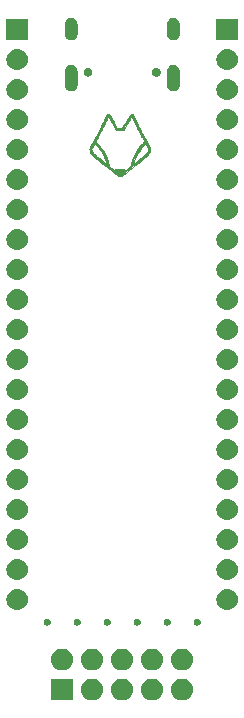
<source format=gbs>
G04 #@! TF.GenerationSoftware,KiCad,Pcbnew,5.0.2-bee76a0~70~ubuntu18.04.1*
G04 #@! TF.CreationDate,2019-07-29T11:14:37+02:00*
G04 #@! TF.ProjectId,Pic32MxRedFox,50696333-324d-4785-9265-64466f782e6b,rev?*
G04 #@! TF.SameCoordinates,PX5faea10PY8eeaea0*
G04 #@! TF.FileFunction,Soldermask,Bot*
G04 #@! TF.FilePolarity,Negative*
%FSLAX46Y46*%
G04 Gerber Fmt 4.6, Leading zero omitted, Abs format (unit mm)*
G04 Created by KiCad (PCBNEW 5.0.2-bee76a0~70~ubuntu18.04.1) date pon 29 jul 2019 11:14:37 CEST*
%MOMM*%
%LPD*%
G01*
G04 APERTURE LIST*
%ADD10C,0.010000*%
%ADD11C,0.100000*%
G04 APERTURE END LIST*
D10*
G04 #@! TO.C,MARK1*
G36*
X10835136Y51214781D02*
X10812871Y51186224D01*
X10786081Y51146180D01*
X10759679Y51102109D01*
X10753222Y51090427D01*
X10738923Y51064376D01*
X10715461Y51022072D01*
X10684059Y50965705D01*
X10645943Y50897465D01*
X10602336Y50819540D01*
X10554463Y50734122D01*
X10503548Y50643398D01*
X10450815Y50549560D01*
X10447325Y50543354D01*
X10186932Y50080333D01*
X9752068Y50080333D01*
X9491675Y50543354D01*
X9438866Y50637321D01*
X9387794Y50728315D01*
X9339684Y50814149D01*
X9295760Y50892631D01*
X9257246Y50961573D01*
X9225367Y51018785D01*
X9201347Y51062078D01*
X9186411Y51089261D01*
X9185778Y51090427D01*
X9160329Y51134305D01*
X9133159Y51176179D01*
X9109180Y51208591D01*
X9103865Y51214781D01*
X9067454Y51255083D01*
X8881248Y51255083D01*
X8849829Y51212361D01*
X8839015Y51194228D01*
X8820326Y51158995D01*
X8794798Y51108765D01*
X8763465Y51045637D01*
X8727361Y50971714D01*
X8687521Y50889097D01*
X8644979Y50799887D01*
X8603640Y50712298D01*
X8530423Y50556417D01*
X8465231Y50417790D01*
X8407091Y50294512D01*
X8355028Y50184676D01*
X8308070Y50086377D01*
X8265244Y49997711D01*
X8225577Y49916771D01*
X8188096Y49841653D01*
X8151827Y49770450D01*
X8115798Y49701258D01*
X8079035Y49632170D01*
X8040566Y49561282D01*
X7999417Y49486687D01*
X7954616Y49406482D01*
X7905188Y49318759D01*
X7850162Y49221614D01*
X7788564Y49113141D01*
X7772859Y49085500D01*
X7403042Y48434625D01*
X7399512Y48316648D01*
X7398432Y48261602D01*
X7399594Y48221002D01*
X7403813Y48188174D01*
X7411902Y48156445D01*
X7423067Y48123585D01*
X7468971Y48014811D01*
X7525856Y47915327D01*
X7597226Y47819573D01*
X7656484Y47753048D01*
X7672693Y47738020D01*
X7704392Y47710665D01*
X7750519Y47671849D01*
X7810012Y47622437D01*
X7881810Y47563296D01*
X7964850Y47495292D01*
X8058070Y47419289D01*
X8160408Y47336155D01*
X8270802Y47246754D01*
X8388191Y47151954D01*
X8511511Y47052618D01*
X8639701Y46949614D01*
X8771699Y46843807D01*
X8776160Y46840236D01*
X9831778Y45995167D01*
X9972077Y45995956D01*
X10112375Y45996745D01*
X11153129Y46830685D01*
X11284124Y46935728D01*
X11411278Y47037845D01*
X11533530Y47136174D01*
X11649816Y47229856D01*
X11759076Y47318029D01*
X11860248Y47399834D01*
X11952269Y47474410D01*
X12034078Y47540896D01*
X12104612Y47598432D01*
X12162811Y47646156D01*
X12207611Y47683209D01*
X12237951Y47708730D01*
X12252445Y47721542D01*
X12295900Y47767465D01*
X12342637Y47822961D01*
X12388257Y47882257D01*
X12428360Y47939583D01*
X12458544Y47989165D01*
X12463128Y47997889D01*
X12480372Y48035025D01*
X12499879Y48081631D01*
X12516025Y48123839D01*
X12528223Y48160143D01*
X12535835Y48191651D01*
X12539671Y48225031D01*
X12540542Y48266948D01*
X12540168Y48284601D01*
X12387570Y48284601D01*
X12376096Y48239350D01*
X12353706Y48184575D01*
X12322135Y48123277D01*
X12283117Y48058456D01*
X12238389Y47993114D01*
X12189684Y47930251D01*
X12138738Y47872869D01*
X12116566Y47850620D01*
X12101890Y47837728D01*
X12073084Y47813557D01*
X12031842Y47779472D01*
X11979858Y47736840D01*
X11918825Y47687026D01*
X11850437Y47631397D01*
X11776388Y47571319D01*
X11698372Y47508158D01*
X11618082Y47443280D01*
X11537211Y47378051D01*
X11457455Y47313837D01*
X11380505Y47252004D01*
X11308057Y47193919D01*
X11241804Y47140946D01*
X11183439Y47094454D01*
X11134656Y47055807D01*
X11097149Y47026371D01*
X11072611Y47007514D01*
X11062737Y47000600D01*
X11062676Y47000591D01*
X11065094Y47009985D01*
X11073251Y47035753D01*
X11085964Y47074270D01*
X11102047Y47121906D01*
X11107145Y47136829D01*
X11174990Y47319016D01*
X11255800Y47508960D01*
X11346989Y47701629D01*
X11445973Y47891988D01*
X11550166Y48075005D01*
X11656982Y48245644D01*
X11735154Y48359538D01*
X11777055Y48414097D01*
X11827455Y48473602D01*
X11882644Y48534201D01*
X11938911Y48592042D01*
X11992548Y48643271D01*
X12039844Y48684036D01*
X12066982Y48704142D01*
X12099390Y48725038D01*
X12125119Y48740253D01*
X12139043Y48746775D01*
X12139584Y48746833D01*
X12146865Y48738087D01*
X12162560Y48713936D01*
X12184866Y48677516D01*
X12211982Y48631963D01*
X12242105Y48580412D01*
X12273436Y48525997D01*
X12304171Y48471854D01*
X12332510Y48421119D01*
X12356651Y48376925D01*
X12374792Y48342409D01*
X12385133Y48320705D01*
X12386392Y48317326D01*
X12387570Y48284601D01*
X12540168Y48284601D01*
X12539488Y48316648D01*
X12535958Y48434625D01*
X12265047Y48911427D01*
X12051445Y48911427D01*
X12043768Y48901743D01*
X12021400Y48886911D01*
X11989122Y48870084D01*
X11987945Y48869532D01*
X11958510Y48853916D01*
X11928260Y48833439D01*
X11894035Y48805483D01*
X11852674Y48767429D01*
X11801017Y48716661D01*
X11789833Y48705418D01*
X11693022Y48600980D01*
X11599908Y48486114D01*
X11509019Y48358651D01*
X11418885Y48216420D01*
X11328033Y48057252D01*
X11251696Y47912042D01*
X11166341Y47739096D01*
X11093063Y47579123D01*
X11030526Y47428723D01*
X10977396Y47284493D01*
X10932335Y47143033D01*
X10894227Y47001825D01*
X10880411Y46946819D01*
X10867896Y46898743D01*
X10857739Y46861534D01*
X10851001Y46839130D01*
X10849327Y46834852D01*
X10839398Y46824871D01*
X10815385Y46803841D01*
X10779791Y46773862D01*
X10735121Y46737032D01*
X10683878Y46695449D01*
X10662708Y46678442D01*
X10598584Y46627642D01*
X10548760Y46589570D01*
X10511561Y46563072D01*
X10485309Y46546996D01*
X10468327Y46540188D01*
X10461625Y46540140D01*
X10440660Y46545804D01*
X10406911Y46554806D01*
X10371667Y46564145D01*
X10349174Y46569351D01*
X10323751Y46573475D01*
X10292791Y46576631D01*
X10253687Y46578933D01*
X10203833Y46580494D01*
X10140623Y46581427D01*
X10061448Y46581845D01*
X9964208Y46581863D01*
X9869317Y46581652D01*
X9792843Y46581198D01*
X9732035Y46580346D01*
X9684143Y46578943D01*
X9646419Y46576835D01*
X9616110Y46573866D01*
X9590469Y46569884D01*
X9566744Y46564733D01*
X9542185Y46558260D01*
X9541929Y46558189D01*
X9499809Y46547919D01*
X9466908Y46542642D01*
X9448201Y46543104D01*
X9446679Y46543890D01*
X9409206Y46573006D01*
X9364665Y46608228D01*
X9315870Y46647260D01*
X9265641Y46687803D01*
X9216792Y46727562D01*
X9172142Y46764241D01*
X9134507Y46795541D01*
X9106704Y46819168D01*
X9091550Y46832823D01*
X9089673Y46834957D01*
X9084889Y46849084D01*
X9076194Y46879853D01*
X9064647Y46923329D01*
X9051306Y46975579D01*
X9044773Y47001825D01*
X9043069Y47008136D01*
X8867514Y47008136D01*
X8866183Y47008298D01*
X8855749Y47016595D01*
X8830256Y47036941D01*
X8791173Y47068163D01*
X8739968Y47109085D01*
X8678109Y47158535D01*
X8607067Y47215338D01*
X8528309Y47278320D01*
X8443304Y47346306D01*
X8353521Y47418124D01*
X8350250Y47420741D01*
X8236630Y47511779D01*
X8138288Y47590978D01*
X8053846Y47659560D01*
X7981931Y47718754D01*
X7921167Y47769784D01*
X7870178Y47813876D01*
X7827590Y47852255D01*
X7792026Y47886147D01*
X7762111Y47916779D01*
X7736471Y47945374D01*
X7713730Y47973160D01*
X7692512Y48001362D01*
X7681634Y48016583D01*
X7642595Y48076480D01*
X7608518Y48137373D01*
X7580961Y48195634D01*
X7561478Y48247638D01*
X7551626Y48289758D01*
X7552608Y48317326D01*
X7560417Y48334841D01*
X7576536Y48366054D01*
X7599164Y48407831D01*
X7626500Y48457035D01*
X7656740Y48510533D01*
X7688085Y48565189D01*
X7718733Y48617867D01*
X7746881Y48665433D01*
X7770729Y48704751D01*
X7788474Y48732687D01*
X7798316Y48746105D01*
X7799417Y48746833D01*
X7811897Y48741334D01*
X7836687Y48726843D01*
X7868664Y48706375D01*
X7872019Y48704142D01*
X7912734Y48672903D01*
X7962365Y48628526D01*
X8017200Y48574865D01*
X8073531Y48515772D01*
X8127648Y48455098D01*
X8175842Y48396697D01*
X8203847Y48359538D01*
X8311404Y48200418D01*
X8418150Y48025232D01*
X8521504Y47839007D01*
X8618886Y47646770D01*
X8707713Y47453547D01*
X8785406Y47264366D01*
X8832298Y47135536D01*
X8848325Y47086849D01*
X8860112Y47047226D01*
X8866796Y47019908D01*
X8867514Y47008136D01*
X9043069Y47008136D01*
X9006410Y47143902D01*
X8961304Y47285368D01*
X8908119Y47429626D01*
X8845521Y47580075D01*
X8772173Y47740117D01*
X8687304Y47912042D01*
X8594758Y48086774D01*
X8504141Y48242784D01*
X8413980Y48382241D01*
X8322804Y48507315D01*
X8229143Y48620176D01*
X8149167Y48705418D01*
X8095208Y48758885D01*
X8052143Y48799142D01*
X8016810Y48828806D01*
X7986051Y48850497D01*
X7956705Y48866831D01*
X7951056Y48869532D01*
X7918532Y48886371D01*
X7895762Y48901320D01*
X7887525Y48911223D01*
X7887556Y48911427D01*
X7893137Y48922834D01*
X7908048Y48950564D01*
X7931139Y48992547D01*
X7961257Y49046715D01*
X7997254Y49111001D01*
X8037977Y49183337D01*
X8082277Y49261654D01*
X8090726Y49276552D01*
X8142669Y49368813D01*
X8190720Y49455850D01*
X8236464Y49540770D01*
X8281490Y49626683D01*
X8327385Y49716696D01*
X8375734Y49813917D01*
X8428125Y49921455D01*
X8486145Y50042417D01*
X8544332Y50165000D01*
X8593209Y50268444D01*
X8640820Y50369381D01*
X8686121Y50465588D01*
X8728071Y50554846D01*
X8765628Y50634933D01*
X8797750Y50703628D01*
X8823393Y50758710D01*
X8841517Y50797959D01*
X8847267Y50810583D01*
X8872469Y50865500D01*
X8899578Y50923134D01*
X8924593Y50975037D01*
X8937178Y51000399D01*
X8976908Y51079090D01*
X8996468Y51053316D01*
X9007803Y51035414D01*
X9026623Y51002416D01*
X9050845Y50958108D01*
X9078390Y50906276D01*
X9097891Y50868792D01*
X9125740Y50815351D01*
X9150896Y50768132D01*
X9171506Y50730529D01*
X9185721Y50705934D01*
X9190981Y50698159D01*
X9198417Y50686631D01*
X9215023Y50658607D01*
X9239660Y50616078D01*
X9271191Y50561034D01*
X9308477Y50495467D01*
X9350381Y50421367D01*
X9395763Y50340725D01*
X9419167Y50298996D01*
X9636125Y49911715D01*
X9696463Y49911358D01*
X9743237Y49914156D01*
X9794333Y49921674D01*
X9817749Y49926875D01*
X9878306Y49937402D01*
X9950177Y49941942D01*
X10024372Y49940497D01*
X10091902Y49933066D01*
X10121251Y49926875D01*
X10168266Y49917674D01*
X10219288Y49912127D01*
X10242537Y49911358D01*
X10302875Y49911715D01*
X10519833Y50298996D01*
X10566517Y50382139D01*
X10610286Y50459727D01*
X10650000Y50529767D01*
X10684522Y50590269D01*
X10712714Y50639243D01*
X10733438Y50674696D01*
X10745556Y50694639D01*
X10748019Y50698159D01*
X10756427Y50711176D01*
X10772575Y50739667D01*
X10794614Y50780238D01*
X10820690Y50829497D01*
X10841110Y50868792D01*
X10869723Y50923571D01*
X10896425Y50973392D01*
X10919133Y51014469D01*
X10935768Y51043015D01*
X10942532Y51053316D01*
X10962092Y51079090D01*
X11001822Y51000399D01*
X11023572Y50956194D01*
X11049872Y50901074D01*
X11076718Y50843489D01*
X11091733Y50810583D01*
X11105853Y50779775D01*
X11127996Y50732061D01*
X11157120Y50669661D01*
X11192182Y50594797D01*
X11232141Y50509690D01*
X11275955Y50416561D01*
X11322581Y50317631D01*
X11370976Y50215120D01*
X11394669Y50165000D01*
X11459093Y50029339D01*
X11516465Y49909892D01*
X11568370Y49803553D01*
X11616395Y49707211D01*
X11662128Y49617760D01*
X11707155Y49532092D01*
X11753063Y49447097D01*
X11801438Y49359669D01*
X11848274Y49276552D01*
X11893106Y49197359D01*
X11934574Y49123768D01*
X11971527Y49057846D01*
X12002813Y49001660D01*
X12027283Y48957280D01*
X12043786Y48926773D01*
X12051170Y48912206D01*
X12051445Y48911427D01*
X12265047Y48911427D01*
X12166141Y49085500D01*
X12102839Y49196944D01*
X12046340Y49296607D01*
X11995670Y49386396D01*
X11949858Y49468214D01*
X11907930Y49543969D01*
X11868912Y49615565D01*
X11831832Y49684908D01*
X11795717Y49753903D01*
X11759593Y49824456D01*
X11722488Y49898472D01*
X11683428Y49977856D01*
X11641441Y50064514D01*
X11595553Y50160352D01*
X11544791Y50267275D01*
X11488182Y50387188D01*
X11424753Y50521996D01*
X11353531Y50673606D01*
X11335361Y50712298D01*
X11291228Y50805775D01*
X11248828Y50894625D01*
X11209197Y50976747D01*
X11173368Y51050040D01*
X11142377Y51112402D01*
X11117257Y51161732D01*
X11099043Y51195929D01*
X11089171Y51212361D01*
X11057752Y51255083D01*
X10871547Y51255083D01*
X10835136Y51214781D01*
X10835136Y51214781D01*
G37*
X10835136Y51214781D02*
X10812871Y51186224D01*
X10786081Y51146180D01*
X10759679Y51102109D01*
X10753222Y51090427D01*
X10738923Y51064376D01*
X10715461Y51022072D01*
X10684059Y50965705D01*
X10645943Y50897465D01*
X10602336Y50819540D01*
X10554463Y50734122D01*
X10503548Y50643398D01*
X10450815Y50549560D01*
X10447325Y50543354D01*
X10186932Y50080333D01*
X9752068Y50080333D01*
X9491675Y50543354D01*
X9438866Y50637321D01*
X9387794Y50728315D01*
X9339684Y50814149D01*
X9295760Y50892631D01*
X9257246Y50961573D01*
X9225367Y51018785D01*
X9201347Y51062078D01*
X9186411Y51089261D01*
X9185778Y51090427D01*
X9160329Y51134305D01*
X9133159Y51176179D01*
X9109180Y51208591D01*
X9103865Y51214781D01*
X9067454Y51255083D01*
X8881248Y51255083D01*
X8849829Y51212361D01*
X8839015Y51194228D01*
X8820326Y51158995D01*
X8794798Y51108765D01*
X8763465Y51045637D01*
X8727361Y50971714D01*
X8687521Y50889097D01*
X8644979Y50799887D01*
X8603640Y50712298D01*
X8530423Y50556417D01*
X8465231Y50417790D01*
X8407091Y50294512D01*
X8355028Y50184676D01*
X8308070Y50086377D01*
X8265244Y49997711D01*
X8225577Y49916771D01*
X8188096Y49841653D01*
X8151827Y49770450D01*
X8115798Y49701258D01*
X8079035Y49632170D01*
X8040566Y49561282D01*
X7999417Y49486687D01*
X7954616Y49406482D01*
X7905188Y49318759D01*
X7850162Y49221614D01*
X7788564Y49113141D01*
X7772859Y49085500D01*
X7403042Y48434625D01*
X7399512Y48316648D01*
X7398432Y48261602D01*
X7399594Y48221002D01*
X7403813Y48188174D01*
X7411902Y48156445D01*
X7423067Y48123585D01*
X7468971Y48014811D01*
X7525856Y47915327D01*
X7597226Y47819573D01*
X7656484Y47753048D01*
X7672693Y47738020D01*
X7704392Y47710665D01*
X7750519Y47671849D01*
X7810012Y47622437D01*
X7881810Y47563296D01*
X7964850Y47495292D01*
X8058070Y47419289D01*
X8160408Y47336155D01*
X8270802Y47246754D01*
X8388191Y47151954D01*
X8511511Y47052618D01*
X8639701Y46949614D01*
X8771699Y46843807D01*
X8776160Y46840236D01*
X9831778Y45995167D01*
X9972077Y45995956D01*
X10112375Y45996745D01*
X11153129Y46830685D01*
X11284124Y46935728D01*
X11411278Y47037845D01*
X11533530Y47136174D01*
X11649816Y47229856D01*
X11759076Y47318029D01*
X11860248Y47399834D01*
X11952269Y47474410D01*
X12034078Y47540896D01*
X12104612Y47598432D01*
X12162811Y47646156D01*
X12207611Y47683209D01*
X12237951Y47708730D01*
X12252445Y47721542D01*
X12295900Y47767465D01*
X12342637Y47822961D01*
X12388257Y47882257D01*
X12428360Y47939583D01*
X12458544Y47989165D01*
X12463128Y47997889D01*
X12480372Y48035025D01*
X12499879Y48081631D01*
X12516025Y48123839D01*
X12528223Y48160143D01*
X12535835Y48191651D01*
X12539671Y48225031D01*
X12540542Y48266948D01*
X12540168Y48284601D01*
X12387570Y48284601D01*
X12376096Y48239350D01*
X12353706Y48184575D01*
X12322135Y48123277D01*
X12283117Y48058456D01*
X12238389Y47993114D01*
X12189684Y47930251D01*
X12138738Y47872869D01*
X12116566Y47850620D01*
X12101890Y47837728D01*
X12073084Y47813557D01*
X12031842Y47779472D01*
X11979858Y47736840D01*
X11918825Y47687026D01*
X11850437Y47631397D01*
X11776388Y47571319D01*
X11698372Y47508158D01*
X11618082Y47443280D01*
X11537211Y47378051D01*
X11457455Y47313837D01*
X11380505Y47252004D01*
X11308057Y47193919D01*
X11241804Y47140946D01*
X11183439Y47094454D01*
X11134656Y47055807D01*
X11097149Y47026371D01*
X11072611Y47007514D01*
X11062737Y47000600D01*
X11062676Y47000591D01*
X11065094Y47009985D01*
X11073251Y47035753D01*
X11085964Y47074270D01*
X11102047Y47121906D01*
X11107145Y47136829D01*
X11174990Y47319016D01*
X11255800Y47508960D01*
X11346989Y47701629D01*
X11445973Y47891988D01*
X11550166Y48075005D01*
X11656982Y48245644D01*
X11735154Y48359538D01*
X11777055Y48414097D01*
X11827455Y48473602D01*
X11882644Y48534201D01*
X11938911Y48592042D01*
X11992548Y48643271D01*
X12039844Y48684036D01*
X12066982Y48704142D01*
X12099390Y48725038D01*
X12125119Y48740253D01*
X12139043Y48746775D01*
X12139584Y48746833D01*
X12146865Y48738087D01*
X12162560Y48713936D01*
X12184866Y48677516D01*
X12211982Y48631963D01*
X12242105Y48580412D01*
X12273436Y48525997D01*
X12304171Y48471854D01*
X12332510Y48421119D01*
X12356651Y48376925D01*
X12374792Y48342409D01*
X12385133Y48320705D01*
X12386392Y48317326D01*
X12387570Y48284601D01*
X12540168Y48284601D01*
X12539488Y48316648D01*
X12535958Y48434625D01*
X12265047Y48911427D01*
X12051445Y48911427D01*
X12043768Y48901743D01*
X12021400Y48886911D01*
X11989122Y48870084D01*
X11987945Y48869532D01*
X11958510Y48853916D01*
X11928260Y48833439D01*
X11894035Y48805483D01*
X11852674Y48767429D01*
X11801017Y48716661D01*
X11789833Y48705418D01*
X11693022Y48600980D01*
X11599908Y48486114D01*
X11509019Y48358651D01*
X11418885Y48216420D01*
X11328033Y48057252D01*
X11251696Y47912042D01*
X11166341Y47739096D01*
X11093063Y47579123D01*
X11030526Y47428723D01*
X10977396Y47284493D01*
X10932335Y47143033D01*
X10894227Y47001825D01*
X10880411Y46946819D01*
X10867896Y46898743D01*
X10857739Y46861534D01*
X10851001Y46839130D01*
X10849327Y46834852D01*
X10839398Y46824871D01*
X10815385Y46803841D01*
X10779791Y46773862D01*
X10735121Y46737032D01*
X10683878Y46695449D01*
X10662708Y46678442D01*
X10598584Y46627642D01*
X10548760Y46589570D01*
X10511561Y46563072D01*
X10485309Y46546996D01*
X10468327Y46540188D01*
X10461625Y46540140D01*
X10440660Y46545804D01*
X10406911Y46554806D01*
X10371667Y46564145D01*
X10349174Y46569351D01*
X10323751Y46573475D01*
X10292791Y46576631D01*
X10253687Y46578933D01*
X10203833Y46580494D01*
X10140623Y46581427D01*
X10061448Y46581845D01*
X9964208Y46581863D01*
X9869317Y46581652D01*
X9792843Y46581198D01*
X9732035Y46580346D01*
X9684143Y46578943D01*
X9646419Y46576835D01*
X9616110Y46573866D01*
X9590469Y46569884D01*
X9566744Y46564733D01*
X9542185Y46558260D01*
X9541929Y46558189D01*
X9499809Y46547919D01*
X9466908Y46542642D01*
X9448201Y46543104D01*
X9446679Y46543890D01*
X9409206Y46573006D01*
X9364665Y46608228D01*
X9315870Y46647260D01*
X9265641Y46687803D01*
X9216792Y46727562D01*
X9172142Y46764241D01*
X9134507Y46795541D01*
X9106704Y46819168D01*
X9091550Y46832823D01*
X9089673Y46834957D01*
X9084889Y46849084D01*
X9076194Y46879853D01*
X9064647Y46923329D01*
X9051306Y46975579D01*
X9044773Y47001825D01*
X9043069Y47008136D01*
X8867514Y47008136D01*
X8866183Y47008298D01*
X8855749Y47016595D01*
X8830256Y47036941D01*
X8791173Y47068163D01*
X8739968Y47109085D01*
X8678109Y47158535D01*
X8607067Y47215338D01*
X8528309Y47278320D01*
X8443304Y47346306D01*
X8353521Y47418124D01*
X8350250Y47420741D01*
X8236630Y47511779D01*
X8138288Y47590978D01*
X8053846Y47659560D01*
X7981931Y47718754D01*
X7921167Y47769784D01*
X7870178Y47813876D01*
X7827590Y47852255D01*
X7792026Y47886147D01*
X7762111Y47916779D01*
X7736471Y47945374D01*
X7713730Y47973160D01*
X7692512Y48001362D01*
X7681634Y48016583D01*
X7642595Y48076480D01*
X7608518Y48137373D01*
X7580961Y48195634D01*
X7561478Y48247638D01*
X7551626Y48289758D01*
X7552608Y48317326D01*
X7560417Y48334841D01*
X7576536Y48366054D01*
X7599164Y48407831D01*
X7626500Y48457035D01*
X7656740Y48510533D01*
X7688085Y48565189D01*
X7718733Y48617867D01*
X7746881Y48665433D01*
X7770729Y48704751D01*
X7788474Y48732687D01*
X7798316Y48746105D01*
X7799417Y48746833D01*
X7811897Y48741334D01*
X7836687Y48726843D01*
X7868664Y48706375D01*
X7872019Y48704142D01*
X7912734Y48672903D01*
X7962365Y48628526D01*
X8017200Y48574865D01*
X8073531Y48515772D01*
X8127648Y48455098D01*
X8175842Y48396697D01*
X8203847Y48359538D01*
X8311404Y48200418D01*
X8418150Y48025232D01*
X8521504Y47839007D01*
X8618886Y47646770D01*
X8707713Y47453547D01*
X8785406Y47264366D01*
X8832298Y47135536D01*
X8848325Y47086849D01*
X8860112Y47047226D01*
X8866796Y47019908D01*
X8867514Y47008136D01*
X9043069Y47008136D01*
X9006410Y47143902D01*
X8961304Y47285368D01*
X8908119Y47429626D01*
X8845521Y47580075D01*
X8772173Y47740117D01*
X8687304Y47912042D01*
X8594758Y48086774D01*
X8504141Y48242784D01*
X8413980Y48382241D01*
X8322804Y48507315D01*
X8229143Y48620176D01*
X8149167Y48705418D01*
X8095208Y48758885D01*
X8052143Y48799142D01*
X8016810Y48828806D01*
X7986051Y48850497D01*
X7956705Y48866831D01*
X7951056Y48869532D01*
X7918532Y48886371D01*
X7895762Y48901320D01*
X7887525Y48911223D01*
X7887556Y48911427D01*
X7893137Y48922834D01*
X7908048Y48950564D01*
X7931139Y48992547D01*
X7961257Y49046715D01*
X7997254Y49111001D01*
X8037977Y49183337D01*
X8082277Y49261654D01*
X8090726Y49276552D01*
X8142669Y49368813D01*
X8190720Y49455850D01*
X8236464Y49540770D01*
X8281490Y49626683D01*
X8327385Y49716696D01*
X8375734Y49813917D01*
X8428125Y49921455D01*
X8486145Y50042417D01*
X8544332Y50165000D01*
X8593209Y50268444D01*
X8640820Y50369381D01*
X8686121Y50465588D01*
X8728071Y50554846D01*
X8765628Y50634933D01*
X8797750Y50703628D01*
X8823393Y50758710D01*
X8841517Y50797959D01*
X8847267Y50810583D01*
X8872469Y50865500D01*
X8899578Y50923134D01*
X8924593Y50975037D01*
X8937178Y51000399D01*
X8976908Y51079090D01*
X8996468Y51053316D01*
X9007803Y51035414D01*
X9026623Y51002416D01*
X9050845Y50958108D01*
X9078390Y50906276D01*
X9097891Y50868792D01*
X9125740Y50815351D01*
X9150896Y50768132D01*
X9171506Y50730529D01*
X9185721Y50705934D01*
X9190981Y50698159D01*
X9198417Y50686631D01*
X9215023Y50658607D01*
X9239660Y50616078D01*
X9271191Y50561034D01*
X9308477Y50495467D01*
X9350381Y50421367D01*
X9395763Y50340725D01*
X9419167Y50298996D01*
X9636125Y49911715D01*
X9696463Y49911358D01*
X9743237Y49914156D01*
X9794333Y49921674D01*
X9817749Y49926875D01*
X9878306Y49937402D01*
X9950177Y49941942D01*
X10024372Y49940497D01*
X10091902Y49933066D01*
X10121251Y49926875D01*
X10168266Y49917674D01*
X10219288Y49912127D01*
X10242537Y49911358D01*
X10302875Y49911715D01*
X10519833Y50298996D01*
X10566517Y50382139D01*
X10610286Y50459727D01*
X10650000Y50529767D01*
X10684522Y50590269D01*
X10712714Y50639243D01*
X10733438Y50674696D01*
X10745556Y50694639D01*
X10748019Y50698159D01*
X10756427Y50711176D01*
X10772575Y50739667D01*
X10794614Y50780238D01*
X10820690Y50829497D01*
X10841110Y50868792D01*
X10869723Y50923571D01*
X10896425Y50973392D01*
X10919133Y51014469D01*
X10935768Y51043015D01*
X10942532Y51053316D01*
X10962092Y51079090D01*
X11001822Y51000399D01*
X11023572Y50956194D01*
X11049872Y50901074D01*
X11076718Y50843489D01*
X11091733Y50810583D01*
X11105853Y50779775D01*
X11127996Y50732061D01*
X11157120Y50669661D01*
X11192182Y50594797D01*
X11232141Y50509690D01*
X11275955Y50416561D01*
X11322581Y50317631D01*
X11370976Y50215120D01*
X11394669Y50165000D01*
X11459093Y50029339D01*
X11516465Y49909892D01*
X11568370Y49803553D01*
X11616395Y49707211D01*
X11662128Y49617760D01*
X11707155Y49532092D01*
X11753063Y49447097D01*
X11801438Y49359669D01*
X11848274Y49276552D01*
X11893106Y49197359D01*
X11934574Y49123768D01*
X11971527Y49057846D01*
X12002813Y49001660D01*
X12027283Y48957280D01*
X12043786Y48926773D01*
X12051170Y48912206D01*
X12051445Y48911427D01*
X12265047Y48911427D01*
X12166141Y49085500D01*
X12102839Y49196944D01*
X12046340Y49296607D01*
X11995670Y49386396D01*
X11949858Y49468214D01*
X11907930Y49543969D01*
X11868912Y49615565D01*
X11831832Y49684908D01*
X11795717Y49753903D01*
X11759593Y49824456D01*
X11722488Y49898472D01*
X11683428Y49977856D01*
X11641441Y50064514D01*
X11595553Y50160352D01*
X11544791Y50267275D01*
X11488182Y50387188D01*
X11424753Y50521996D01*
X11353531Y50673606D01*
X11335361Y50712298D01*
X11291228Y50805775D01*
X11248828Y50894625D01*
X11209197Y50976747D01*
X11173368Y51050040D01*
X11142377Y51112402D01*
X11117257Y51161732D01*
X11099043Y51195929D01*
X11089171Y51212361D01*
X11057752Y51255083D01*
X10871547Y51255083D01*
X10835136Y51214781D01*
D11*
G36*
X15419293Y3441366D02*
X15591696Y3389068D01*
X15750583Y3304141D01*
X15889849Y3189849D01*
X16004141Y3050583D01*
X16089068Y2891696D01*
X16141366Y2719293D01*
X16159025Y2540000D01*
X16141366Y2360707D01*
X16089068Y2188304D01*
X16004141Y2029417D01*
X15889849Y1890151D01*
X15750583Y1775859D01*
X15591696Y1690932D01*
X15419293Y1638634D01*
X15284927Y1625400D01*
X15195073Y1625400D01*
X15060707Y1638634D01*
X14888304Y1690932D01*
X14729417Y1775859D01*
X14590151Y1890151D01*
X14475859Y2029417D01*
X14390932Y2188304D01*
X14338634Y2360707D01*
X14320975Y2540000D01*
X14338634Y2719293D01*
X14390932Y2891696D01*
X14475859Y3050583D01*
X14590151Y3189849D01*
X14729417Y3304141D01*
X14888304Y3389068D01*
X15060707Y3441366D01*
X15195073Y3454600D01*
X15284927Y3454600D01*
X15419293Y3441366D01*
X15419293Y3441366D01*
G37*
G36*
X12879293Y3441366D02*
X13051696Y3389068D01*
X13210583Y3304141D01*
X13349849Y3189849D01*
X13464141Y3050583D01*
X13549068Y2891696D01*
X13601366Y2719293D01*
X13619025Y2540000D01*
X13601366Y2360707D01*
X13549068Y2188304D01*
X13464141Y2029417D01*
X13349849Y1890151D01*
X13210583Y1775859D01*
X13051696Y1690932D01*
X12879293Y1638634D01*
X12744927Y1625400D01*
X12655073Y1625400D01*
X12520707Y1638634D01*
X12348304Y1690932D01*
X12189417Y1775859D01*
X12050151Y1890151D01*
X11935859Y2029417D01*
X11850932Y2188304D01*
X11798634Y2360707D01*
X11780975Y2540000D01*
X11798634Y2719293D01*
X11850932Y2891696D01*
X11935859Y3050583D01*
X12050151Y3189849D01*
X12189417Y3304141D01*
X12348304Y3389068D01*
X12520707Y3441366D01*
X12655073Y3454600D01*
X12744927Y3454600D01*
X12879293Y3441366D01*
X12879293Y3441366D01*
G37*
G36*
X10339293Y3441366D02*
X10511696Y3389068D01*
X10670583Y3304141D01*
X10809849Y3189849D01*
X10924141Y3050583D01*
X11009068Y2891696D01*
X11061366Y2719293D01*
X11079025Y2540000D01*
X11061366Y2360707D01*
X11009068Y2188304D01*
X10924141Y2029417D01*
X10809849Y1890151D01*
X10670583Y1775859D01*
X10511696Y1690932D01*
X10339293Y1638634D01*
X10204927Y1625400D01*
X10115073Y1625400D01*
X9980707Y1638634D01*
X9808304Y1690932D01*
X9649417Y1775859D01*
X9510151Y1890151D01*
X9395859Y2029417D01*
X9310932Y2188304D01*
X9258634Y2360707D01*
X9240975Y2540000D01*
X9258634Y2719293D01*
X9310932Y2891696D01*
X9395859Y3050583D01*
X9510151Y3189849D01*
X9649417Y3304141D01*
X9808304Y3389068D01*
X9980707Y3441366D01*
X10115073Y3454600D01*
X10204927Y3454600D01*
X10339293Y3441366D01*
X10339293Y3441366D01*
G37*
G36*
X5994600Y1625400D02*
X4165400Y1625400D01*
X4165400Y3454600D01*
X5994600Y3454600D01*
X5994600Y1625400D01*
X5994600Y1625400D01*
G37*
G36*
X7799293Y3441366D02*
X7971696Y3389068D01*
X8130583Y3304141D01*
X8269849Y3189849D01*
X8384141Y3050583D01*
X8469068Y2891696D01*
X8521366Y2719293D01*
X8539025Y2540000D01*
X8521366Y2360707D01*
X8469068Y2188304D01*
X8384141Y2029417D01*
X8269849Y1890151D01*
X8130583Y1775859D01*
X7971696Y1690932D01*
X7799293Y1638634D01*
X7664927Y1625400D01*
X7575073Y1625400D01*
X7440707Y1638634D01*
X7268304Y1690932D01*
X7109417Y1775859D01*
X6970151Y1890151D01*
X6855859Y2029417D01*
X6770932Y2188304D01*
X6718634Y2360707D01*
X6700975Y2540000D01*
X6718634Y2719293D01*
X6770932Y2891696D01*
X6855859Y3050583D01*
X6970151Y3189849D01*
X7109417Y3304141D01*
X7268304Y3389068D01*
X7440707Y3441366D01*
X7575073Y3454600D01*
X7664927Y3454600D01*
X7799293Y3441366D01*
X7799293Y3441366D01*
G37*
G36*
X7799293Y5981366D02*
X7971696Y5929068D01*
X8130583Y5844141D01*
X8269849Y5729849D01*
X8384141Y5590583D01*
X8469068Y5431696D01*
X8521366Y5259293D01*
X8539025Y5080000D01*
X8521366Y4900707D01*
X8469068Y4728304D01*
X8384141Y4569417D01*
X8269849Y4430151D01*
X8130583Y4315859D01*
X7971696Y4230932D01*
X7799293Y4178634D01*
X7664927Y4165400D01*
X7575073Y4165400D01*
X7440707Y4178634D01*
X7268304Y4230932D01*
X7109417Y4315859D01*
X6970151Y4430151D01*
X6855859Y4569417D01*
X6770932Y4728304D01*
X6718634Y4900707D01*
X6700975Y5080000D01*
X6718634Y5259293D01*
X6770932Y5431696D01*
X6855859Y5590583D01*
X6970151Y5729849D01*
X7109417Y5844141D01*
X7268304Y5929068D01*
X7440707Y5981366D01*
X7575073Y5994600D01*
X7664927Y5994600D01*
X7799293Y5981366D01*
X7799293Y5981366D01*
G37*
G36*
X5259293Y5981366D02*
X5431696Y5929068D01*
X5590583Y5844141D01*
X5729849Y5729849D01*
X5844141Y5590583D01*
X5929068Y5431696D01*
X5981366Y5259293D01*
X5999025Y5080000D01*
X5981366Y4900707D01*
X5929068Y4728304D01*
X5844141Y4569417D01*
X5729849Y4430151D01*
X5590583Y4315859D01*
X5431696Y4230932D01*
X5259293Y4178634D01*
X5124927Y4165400D01*
X5035073Y4165400D01*
X4900707Y4178634D01*
X4728304Y4230932D01*
X4569417Y4315859D01*
X4430151Y4430151D01*
X4315859Y4569417D01*
X4230932Y4728304D01*
X4178634Y4900707D01*
X4160975Y5080000D01*
X4178634Y5259293D01*
X4230932Y5431696D01*
X4315859Y5590583D01*
X4430151Y5729849D01*
X4569417Y5844141D01*
X4728304Y5929068D01*
X4900707Y5981366D01*
X5035073Y5994600D01*
X5124927Y5994600D01*
X5259293Y5981366D01*
X5259293Y5981366D01*
G37*
G36*
X12879293Y5981366D02*
X13051696Y5929068D01*
X13210583Y5844141D01*
X13349849Y5729849D01*
X13464141Y5590583D01*
X13549068Y5431696D01*
X13601366Y5259293D01*
X13619025Y5080000D01*
X13601366Y4900707D01*
X13549068Y4728304D01*
X13464141Y4569417D01*
X13349849Y4430151D01*
X13210583Y4315859D01*
X13051696Y4230932D01*
X12879293Y4178634D01*
X12744927Y4165400D01*
X12655073Y4165400D01*
X12520707Y4178634D01*
X12348304Y4230932D01*
X12189417Y4315859D01*
X12050151Y4430151D01*
X11935859Y4569417D01*
X11850932Y4728304D01*
X11798634Y4900707D01*
X11780975Y5080000D01*
X11798634Y5259293D01*
X11850932Y5431696D01*
X11935859Y5590583D01*
X12050151Y5729849D01*
X12189417Y5844141D01*
X12348304Y5929068D01*
X12520707Y5981366D01*
X12655073Y5994600D01*
X12744927Y5994600D01*
X12879293Y5981366D01*
X12879293Y5981366D01*
G37*
G36*
X10339293Y5981366D02*
X10511696Y5929068D01*
X10670583Y5844141D01*
X10809849Y5729849D01*
X10924141Y5590583D01*
X11009068Y5431696D01*
X11061366Y5259293D01*
X11079025Y5080000D01*
X11061366Y4900707D01*
X11009068Y4728304D01*
X10924141Y4569417D01*
X10809849Y4430151D01*
X10670583Y4315859D01*
X10511696Y4230932D01*
X10339293Y4178634D01*
X10204927Y4165400D01*
X10115073Y4165400D01*
X9980707Y4178634D01*
X9808304Y4230932D01*
X9649417Y4315859D01*
X9510151Y4430151D01*
X9395859Y4569417D01*
X9310932Y4728304D01*
X9258634Y4900707D01*
X9240975Y5080000D01*
X9258634Y5259293D01*
X9310932Y5431696D01*
X9395859Y5590583D01*
X9510151Y5729849D01*
X9649417Y5844141D01*
X9808304Y5929068D01*
X9980707Y5981366D01*
X10115073Y5994600D01*
X10204927Y5994600D01*
X10339293Y5981366D01*
X10339293Y5981366D01*
G37*
G36*
X15419293Y5981366D02*
X15591696Y5929068D01*
X15750583Y5844141D01*
X15889849Y5729849D01*
X16004141Y5590583D01*
X16089068Y5431696D01*
X16141366Y5259293D01*
X16159025Y5080000D01*
X16141366Y4900707D01*
X16089068Y4728304D01*
X16004141Y4569417D01*
X15889849Y4430151D01*
X15750583Y4315859D01*
X15591696Y4230932D01*
X15419293Y4178634D01*
X15284927Y4165400D01*
X15195073Y4165400D01*
X15060707Y4178634D01*
X14888304Y4230932D01*
X14729417Y4315859D01*
X14590151Y4430151D01*
X14475859Y4569417D01*
X14390932Y4728304D01*
X14338634Y4900707D01*
X14320975Y5080000D01*
X14338634Y5259293D01*
X14390932Y5431696D01*
X14475859Y5590583D01*
X14590151Y5729849D01*
X14729417Y5844141D01*
X14888304Y5929068D01*
X15060707Y5981366D01*
X15195073Y5994600D01*
X15284927Y5994600D01*
X15419293Y5981366D01*
X15419293Y5981366D01*
G37*
G36*
X8977795Y8544434D02*
X9032576Y8521743D01*
X9081879Y8488800D01*
X9123800Y8446879D01*
X9156743Y8397576D01*
X9179434Y8342795D01*
X9191000Y8284649D01*
X9191000Y8225351D01*
X9179434Y8167205D01*
X9156743Y8112424D01*
X9123800Y8063121D01*
X9081879Y8021200D01*
X9032576Y7988257D01*
X8977795Y7965566D01*
X8919649Y7954000D01*
X8860351Y7954000D01*
X8802205Y7965566D01*
X8747424Y7988257D01*
X8698121Y8021200D01*
X8656200Y8063121D01*
X8623257Y8112424D01*
X8600566Y8167205D01*
X8589000Y8225351D01*
X8589000Y8284649D01*
X8600566Y8342795D01*
X8623257Y8397576D01*
X8656200Y8446879D01*
X8698121Y8488800D01*
X8747424Y8521743D01*
X8802205Y8544434D01*
X8860351Y8556000D01*
X8919649Y8556000D01*
X8977795Y8544434D01*
X8977795Y8544434D01*
G37*
G36*
X3897795Y8544434D02*
X3952576Y8521743D01*
X4001879Y8488800D01*
X4043800Y8446879D01*
X4076743Y8397576D01*
X4099434Y8342795D01*
X4111000Y8284649D01*
X4111000Y8225351D01*
X4099434Y8167205D01*
X4076743Y8112424D01*
X4043800Y8063121D01*
X4001879Y8021200D01*
X3952576Y7988257D01*
X3897795Y7965566D01*
X3839649Y7954000D01*
X3780351Y7954000D01*
X3722205Y7965566D01*
X3667424Y7988257D01*
X3618121Y8021200D01*
X3576200Y8063121D01*
X3543257Y8112424D01*
X3520566Y8167205D01*
X3509000Y8225351D01*
X3509000Y8284649D01*
X3520566Y8342795D01*
X3543257Y8397576D01*
X3576200Y8446879D01*
X3618121Y8488800D01*
X3667424Y8521743D01*
X3722205Y8544434D01*
X3780351Y8556000D01*
X3839649Y8556000D01*
X3897795Y8544434D01*
X3897795Y8544434D01*
G37*
G36*
X6437795Y8544434D02*
X6492576Y8521743D01*
X6541879Y8488800D01*
X6583800Y8446879D01*
X6616743Y8397576D01*
X6639434Y8342795D01*
X6651000Y8284649D01*
X6651000Y8225351D01*
X6639434Y8167205D01*
X6616743Y8112424D01*
X6583800Y8063121D01*
X6541879Y8021200D01*
X6492576Y7988257D01*
X6437795Y7965566D01*
X6379649Y7954000D01*
X6320351Y7954000D01*
X6262205Y7965566D01*
X6207424Y7988257D01*
X6158121Y8021200D01*
X6116200Y8063121D01*
X6083257Y8112424D01*
X6060566Y8167205D01*
X6049000Y8225351D01*
X6049000Y8284649D01*
X6060566Y8342795D01*
X6083257Y8397576D01*
X6116200Y8446879D01*
X6158121Y8488800D01*
X6207424Y8521743D01*
X6262205Y8544434D01*
X6320351Y8556000D01*
X6379649Y8556000D01*
X6437795Y8544434D01*
X6437795Y8544434D01*
G37*
G36*
X11517795Y8544434D02*
X11572576Y8521743D01*
X11621879Y8488800D01*
X11663800Y8446879D01*
X11696743Y8397576D01*
X11719434Y8342795D01*
X11731000Y8284649D01*
X11731000Y8225351D01*
X11719434Y8167205D01*
X11696743Y8112424D01*
X11663800Y8063121D01*
X11621879Y8021200D01*
X11572576Y7988257D01*
X11517795Y7965566D01*
X11459649Y7954000D01*
X11400351Y7954000D01*
X11342205Y7965566D01*
X11287424Y7988257D01*
X11238121Y8021200D01*
X11196200Y8063121D01*
X11163257Y8112424D01*
X11140566Y8167205D01*
X11129000Y8225351D01*
X11129000Y8284649D01*
X11140566Y8342795D01*
X11163257Y8397576D01*
X11196200Y8446879D01*
X11238121Y8488800D01*
X11287424Y8521743D01*
X11342205Y8544434D01*
X11400351Y8556000D01*
X11459649Y8556000D01*
X11517795Y8544434D01*
X11517795Y8544434D01*
G37*
G36*
X14057795Y8544434D02*
X14112576Y8521743D01*
X14161879Y8488800D01*
X14203800Y8446879D01*
X14236743Y8397576D01*
X14259434Y8342795D01*
X14271000Y8284649D01*
X14271000Y8225351D01*
X14259434Y8167205D01*
X14236743Y8112424D01*
X14203800Y8063121D01*
X14161879Y8021200D01*
X14112576Y7988257D01*
X14057795Y7965566D01*
X13999649Y7954000D01*
X13940351Y7954000D01*
X13882205Y7965566D01*
X13827424Y7988257D01*
X13778121Y8021200D01*
X13736200Y8063121D01*
X13703257Y8112424D01*
X13680566Y8167205D01*
X13669000Y8225351D01*
X13669000Y8284649D01*
X13680566Y8342795D01*
X13703257Y8397576D01*
X13736200Y8446879D01*
X13778121Y8488800D01*
X13827424Y8521743D01*
X13882205Y8544434D01*
X13940351Y8556000D01*
X13999649Y8556000D01*
X14057795Y8544434D01*
X14057795Y8544434D01*
G37*
G36*
X16597795Y8544434D02*
X16652576Y8521743D01*
X16701879Y8488800D01*
X16743800Y8446879D01*
X16776743Y8397576D01*
X16799434Y8342795D01*
X16811000Y8284649D01*
X16811000Y8225351D01*
X16799434Y8167205D01*
X16776743Y8112424D01*
X16743800Y8063121D01*
X16701879Y8021200D01*
X16652576Y7988257D01*
X16597795Y7965566D01*
X16539649Y7954000D01*
X16480351Y7954000D01*
X16422205Y7965566D01*
X16367424Y7988257D01*
X16318121Y8021200D01*
X16276200Y8063121D01*
X16243257Y8112424D01*
X16220566Y8167205D01*
X16209000Y8225351D01*
X16209000Y8284649D01*
X16220566Y8342795D01*
X16243257Y8397576D01*
X16276200Y8446879D01*
X16318121Y8488800D01*
X16367424Y8521743D01*
X16422205Y8544434D01*
X16480351Y8556000D01*
X16539649Y8556000D01*
X16597795Y8544434D01*
X16597795Y8544434D01*
G37*
G36*
X1406916Y11051874D02*
X1446627Y11047963D01*
X1616466Y10996443D01*
X1772992Y10912778D01*
X1910186Y10800186D01*
X2022778Y10662992D01*
X2106443Y10506466D01*
X2157963Y10336627D01*
X2157963Y10336624D01*
X2175360Y10160000D01*
X2161931Y10023660D01*
X2157963Y9983373D01*
X2106443Y9813534D01*
X2022778Y9657008D01*
X1910186Y9519814D01*
X1772992Y9407222D01*
X1616466Y9323557D01*
X1446627Y9272037D01*
X1406916Y9268126D01*
X1314265Y9259000D01*
X1225735Y9259000D01*
X1133084Y9268126D01*
X1093373Y9272037D01*
X923534Y9323557D01*
X767008Y9407222D01*
X629814Y9519814D01*
X517222Y9657008D01*
X433557Y9813534D01*
X382037Y9983373D01*
X378069Y10023660D01*
X364640Y10160000D01*
X382037Y10336624D01*
X382037Y10336627D01*
X433557Y10506466D01*
X517222Y10662992D01*
X629814Y10800186D01*
X767008Y10912778D01*
X923534Y10996443D01*
X1093373Y11047963D01*
X1133084Y11051874D01*
X1225735Y11061000D01*
X1314265Y11061000D01*
X1406916Y11051874D01*
X1406916Y11051874D01*
G37*
G36*
X19186916Y11051874D02*
X19226627Y11047963D01*
X19396466Y10996443D01*
X19552992Y10912778D01*
X19690186Y10800186D01*
X19802778Y10662992D01*
X19886443Y10506466D01*
X19937963Y10336627D01*
X19937963Y10336624D01*
X19955360Y10160000D01*
X19941931Y10023660D01*
X19937963Y9983373D01*
X19886443Y9813534D01*
X19802778Y9657008D01*
X19690186Y9519814D01*
X19552992Y9407222D01*
X19396466Y9323557D01*
X19226627Y9272037D01*
X19186916Y9268126D01*
X19094265Y9259000D01*
X19005735Y9259000D01*
X18913084Y9268126D01*
X18873373Y9272037D01*
X18703534Y9323557D01*
X18547008Y9407222D01*
X18409814Y9519814D01*
X18297222Y9657008D01*
X18213557Y9813534D01*
X18162037Y9983373D01*
X18158069Y10023660D01*
X18144640Y10160000D01*
X18162037Y10336624D01*
X18162037Y10336627D01*
X18213557Y10506466D01*
X18297222Y10662992D01*
X18409814Y10800186D01*
X18547008Y10912778D01*
X18703534Y10996443D01*
X18873373Y11047963D01*
X18913084Y11051874D01*
X19005735Y11061000D01*
X19094265Y11061000D01*
X19186916Y11051874D01*
X19186916Y11051874D01*
G37*
G36*
X19186916Y13591874D02*
X19226627Y13587963D01*
X19396466Y13536443D01*
X19552992Y13452778D01*
X19690186Y13340186D01*
X19802778Y13202992D01*
X19886443Y13046466D01*
X19937963Y12876627D01*
X19937963Y12876624D01*
X19955360Y12700000D01*
X19941931Y12563660D01*
X19937963Y12523373D01*
X19886443Y12353534D01*
X19802778Y12197008D01*
X19690186Y12059814D01*
X19552992Y11947222D01*
X19396466Y11863557D01*
X19226627Y11812037D01*
X19186916Y11808126D01*
X19094265Y11799000D01*
X19005735Y11799000D01*
X18913084Y11808126D01*
X18873373Y11812037D01*
X18703534Y11863557D01*
X18547008Y11947222D01*
X18409814Y12059814D01*
X18297222Y12197008D01*
X18213557Y12353534D01*
X18162037Y12523373D01*
X18158069Y12563660D01*
X18144640Y12700000D01*
X18162037Y12876624D01*
X18162037Y12876627D01*
X18213557Y13046466D01*
X18297222Y13202992D01*
X18409814Y13340186D01*
X18547008Y13452778D01*
X18703534Y13536443D01*
X18873373Y13587963D01*
X18913084Y13591874D01*
X19005735Y13601000D01*
X19094265Y13601000D01*
X19186916Y13591874D01*
X19186916Y13591874D01*
G37*
G36*
X1406916Y13591874D02*
X1446627Y13587963D01*
X1616466Y13536443D01*
X1772992Y13452778D01*
X1910186Y13340186D01*
X2022778Y13202992D01*
X2106443Y13046466D01*
X2157963Y12876627D01*
X2157963Y12876624D01*
X2175360Y12700000D01*
X2161931Y12563660D01*
X2157963Y12523373D01*
X2106443Y12353534D01*
X2022778Y12197008D01*
X1910186Y12059814D01*
X1772992Y11947222D01*
X1616466Y11863557D01*
X1446627Y11812037D01*
X1406916Y11808126D01*
X1314265Y11799000D01*
X1225735Y11799000D01*
X1133084Y11808126D01*
X1093373Y11812037D01*
X923534Y11863557D01*
X767008Y11947222D01*
X629814Y12059814D01*
X517222Y12197008D01*
X433557Y12353534D01*
X382037Y12523373D01*
X378069Y12563660D01*
X364640Y12700000D01*
X382037Y12876624D01*
X382037Y12876627D01*
X433557Y13046466D01*
X517222Y13202992D01*
X629814Y13340186D01*
X767008Y13452778D01*
X923534Y13536443D01*
X1093373Y13587963D01*
X1133084Y13591874D01*
X1225735Y13601000D01*
X1314265Y13601000D01*
X1406916Y13591874D01*
X1406916Y13591874D01*
G37*
G36*
X1406916Y16131874D02*
X1446627Y16127963D01*
X1616466Y16076443D01*
X1772992Y15992778D01*
X1910186Y15880186D01*
X2022778Y15742992D01*
X2106443Y15586466D01*
X2157963Y15416627D01*
X2157963Y15416624D01*
X2175360Y15240000D01*
X2161931Y15103660D01*
X2157963Y15063373D01*
X2106443Y14893534D01*
X2022778Y14737008D01*
X1910186Y14599814D01*
X1772992Y14487222D01*
X1616466Y14403557D01*
X1446627Y14352037D01*
X1406916Y14348126D01*
X1314265Y14339000D01*
X1225735Y14339000D01*
X1133084Y14348126D01*
X1093373Y14352037D01*
X923534Y14403557D01*
X767008Y14487222D01*
X629814Y14599814D01*
X517222Y14737008D01*
X433557Y14893534D01*
X382037Y15063373D01*
X378069Y15103660D01*
X364640Y15240000D01*
X382037Y15416624D01*
X382037Y15416627D01*
X433557Y15586466D01*
X517222Y15742992D01*
X629814Y15880186D01*
X767008Y15992778D01*
X923534Y16076443D01*
X1093373Y16127963D01*
X1133084Y16131874D01*
X1225735Y16141000D01*
X1314265Y16141000D01*
X1406916Y16131874D01*
X1406916Y16131874D01*
G37*
G36*
X19186916Y16131874D02*
X19226627Y16127963D01*
X19396466Y16076443D01*
X19552992Y15992778D01*
X19690186Y15880186D01*
X19802778Y15742992D01*
X19886443Y15586466D01*
X19937963Y15416627D01*
X19937963Y15416624D01*
X19955360Y15240000D01*
X19941931Y15103660D01*
X19937963Y15063373D01*
X19886443Y14893534D01*
X19802778Y14737008D01*
X19690186Y14599814D01*
X19552992Y14487222D01*
X19396466Y14403557D01*
X19226627Y14352037D01*
X19186916Y14348126D01*
X19094265Y14339000D01*
X19005735Y14339000D01*
X18913084Y14348126D01*
X18873373Y14352037D01*
X18703534Y14403557D01*
X18547008Y14487222D01*
X18409814Y14599814D01*
X18297222Y14737008D01*
X18213557Y14893534D01*
X18162037Y15063373D01*
X18158069Y15103660D01*
X18144640Y15240000D01*
X18162037Y15416624D01*
X18162037Y15416627D01*
X18213557Y15586466D01*
X18297222Y15742992D01*
X18409814Y15880186D01*
X18547008Y15992778D01*
X18703534Y16076443D01*
X18873373Y16127963D01*
X18913084Y16131874D01*
X19005735Y16141000D01*
X19094265Y16141000D01*
X19186916Y16131874D01*
X19186916Y16131874D01*
G37*
G36*
X19186916Y18671874D02*
X19226627Y18667963D01*
X19396466Y18616443D01*
X19552992Y18532778D01*
X19690186Y18420186D01*
X19802778Y18282992D01*
X19886443Y18126466D01*
X19937963Y17956627D01*
X19937963Y17956624D01*
X19955360Y17780000D01*
X19941931Y17643660D01*
X19937963Y17603373D01*
X19886443Y17433534D01*
X19802778Y17277008D01*
X19690186Y17139814D01*
X19552992Y17027222D01*
X19396466Y16943557D01*
X19226627Y16892037D01*
X19186916Y16888126D01*
X19094265Y16879000D01*
X19005735Y16879000D01*
X18913084Y16888126D01*
X18873373Y16892037D01*
X18703534Y16943557D01*
X18547008Y17027222D01*
X18409814Y17139814D01*
X18297222Y17277008D01*
X18213557Y17433534D01*
X18162037Y17603373D01*
X18158069Y17643660D01*
X18144640Y17780000D01*
X18162037Y17956624D01*
X18162037Y17956627D01*
X18213557Y18126466D01*
X18297222Y18282992D01*
X18409814Y18420186D01*
X18547008Y18532778D01*
X18703534Y18616443D01*
X18873373Y18667963D01*
X18913084Y18671874D01*
X19005735Y18681000D01*
X19094265Y18681000D01*
X19186916Y18671874D01*
X19186916Y18671874D01*
G37*
G36*
X1406916Y18671874D02*
X1446627Y18667963D01*
X1616466Y18616443D01*
X1772992Y18532778D01*
X1910186Y18420186D01*
X2022778Y18282992D01*
X2106443Y18126466D01*
X2157963Y17956627D01*
X2157963Y17956624D01*
X2175360Y17780000D01*
X2161931Y17643660D01*
X2157963Y17603373D01*
X2106443Y17433534D01*
X2022778Y17277008D01*
X1910186Y17139814D01*
X1772992Y17027222D01*
X1616466Y16943557D01*
X1446627Y16892037D01*
X1406916Y16888126D01*
X1314265Y16879000D01*
X1225735Y16879000D01*
X1133084Y16888126D01*
X1093373Y16892037D01*
X923534Y16943557D01*
X767008Y17027222D01*
X629814Y17139814D01*
X517222Y17277008D01*
X433557Y17433534D01*
X382037Y17603373D01*
X378069Y17643660D01*
X364640Y17780000D01*
X382037Y17956624D01*
X382037Y17956627D01*
X433557Y18126466D01*
X517222Y18282992D01*
X629814Y18420186D01*
X767008Y18532778D01*
X923534Y18616443D01*
X1093373Y18667963D01*
X1133084Y18671874D01*
X1225735Y18681000D01*
X1314265Y18681000D01*
X1406916Y18671874D01*
X1406916Y18671874D01*
G37*
G36*
X19186916Y21211874D02*
X19226627Y21207963D01*
X19396466Y21156443D01*
X19552992Y21072778D01*
X19690186Y20960186D01*
X19802778Y20822992D01*
X19886443Y20666466D01*
X19937963Y20496627D01*
X19937963Y20496624D01*
X19955360Y20320000D01*
X19941931Y20183660D01*
X19937963Y20143373D01*
X19886443Y19973534D01*
X19802778Y19817008D01*
X19690186Y19679814D01*
X19552992Y19567222D01*
X19396466Y19483557D01*
X19226627Y19432037D01*
X19186916Y19428126D01*
X19094265Y19419000D01*
X19005735Y19419000D01*
X18913084Y19428126D01*
X18873373Y19432037D01*
X18703534Y19483557D01*
X18547008Y19567222D01*
X18409814Y19679814D01*
X18297222Y19817008D01*
X18213557Y19973534D01*
X18162037Y20143373D01*
X18158069Y20183660D01*
X18144640Y20320000D01*
X18162037Y20496624D01*
X18162037Y20496627D01*
X18213557Y20666466D01*
X18297222Y20822992D01*
X18409814Y20960186D01*
X18547008Y21072778D01*
X18703534Y21156443D01*
X18873373Y21207963D01*
X18913084Y21211874D01*
X19005735Y21221000D01*
X19094265Y21221000D01*
X19186916Y21211874D01*
X19186916Y21211874D01*
G37*
G36*
X1406916Y21211874D02*
X1446627Y21207963D01*
X1616466Y21156443D01*
X1772992Y21072778D01*
X1910186Y20960186D01*
X2022778Y20822992D01*
X2106443Y20666466D01*
X2157963Y20496627D01*
X2157963Y20496624D01*
X2175360Y20320000D01*
X2161931Y20183660D01*
X2157963Y20143373D01*
X2106443Y19973534D01*
X2022778Y19817008D01*
X1910186Y19679814D01*
X1772992Y19567222D01*
X1616466Y19483557D01*
X1446627Y19432037D01*
X1406916Y19428126D01*
X1314265Y19419000D01*
X1225735Y19419000D01*
X1133084Y19428126D01*
X1093373Y19432037D01*
X923534Y19483557D01*
X767008Y19567222D01*
X629814Y19679814D01*
X517222Y19817008D01*
X433557Y19973534D01*
X382037Y20143373D01*
X378069Y20183660D01*
X364640Y20320000D01*
X382037Y20496624D01*
X382037Y20496627D01*
X433557Y20666466D01*
X517222Y20822992D01*
X629814Y20960186D01*
X767008Y21072778D01*
X923534Y21156443D01*
X1093373Y21207963D01*
X1133084Y21211874D01*
X1225735Y21221000D01*
X1314265Y21221000D01*
X1406916Y21211874D01*
X1406916Y21211874D01*
G37*
G36*
X19186916Y23751874D02*
X19226627Y23747963D01*
X19396466Y23696443D01*
X19552992Y23612778D01*
X19690186Y23500186D01*
X19802778Y23362992D01*
X19886443Y23206466D01*
X19937963Y23036627D01*
X19937963Y23036624D01*
X19955360Y22860000D01*
X19941931Y22723660D01*
X19937963Y22683373D01*
X19886443Y22513534D01*
X19802778Y22357008D01*
X19690186Y22219814D01*
X19552992Y22107222D01*
X19396466Y22023557D01*
X19226627Y21972037D01*
X19186916Y21968126D01*
X19094265Y21959000D01*
X19005735Y21959000D01*
X18913084Y21968126D01*
X18873373Y21972037D01*
X18703534Y22023557D01*
X18547008Y22107222D01*
X18409814Y22219814D01*
X18297222Y22357008D01*
X18213557Y22513534D01*
X18162037Y22683373D01*
X18158069Y22723660D01*
X18144640Y22860000D01*
X18162037Y23036624D01*
X18162037Y23036627D01*
X18213557Y23206466D01*
X18297222Y23362992D01*
X18409814Y23500186D01*
X18547008Y23612778D01*
X18703534Y23696443D01*
X18873373Y23747963D01*
X18913084Y23751874D01*
X19005735Y23761000D01*
X19094265Y23761000D01*
X19186916Y23751874D01*
X19186916Y23751874D01*
G37*
G36*
X1406916Y23751874D02*
X1446627Y23747963D01*
X1616466Y23696443D01*
X1772992Y23612778D01*
X1910186Y23500186D01*
X2022778Y23362992D01*
X2106443Y23206466D01*
X2157963Y23036627D01*
X2157963Y23036624D01*
X2175360Y22860000D01*
X2161931Y22723660D01*
X2157963Y22683373D01*
X2106443Y22513534D01*
X2022778Y22357008D01*
X1910186Y22219814D01*
X1772992Y22107222D01*
X1616466Y22023557D01*
X1446627Y21972037D01*
X1406916Y21968126D01*
X1314265Y21959000D01*
X1225735Y21959000D01*
X1133084Y21968126D01*
X1093373Y21972037D01*
X923534Y22023557D01*
X767008Y22107222D01*
X629814Y22219814D01*
X517222Y22357008D01*
X433557Y22513534D01*
X382037Y22683373D01*
X378069Y22723660D01*
X364640Y22860000D01*
X382037Y23036624D01*
X382037Y23036627D01*
X433557Y23206466D01*
X517222Y23362992D01*
X629814Y23500186D01*
X767008Y23612778D01*
X923534Y23696443D01*
X1093373Y23747963D01*
X1133084Y23751874D01*
X1225735Y23761000D01*
X1314265Y23761000D01*
X1406916Y23751874D01*
X1406916Y23751874D01*
G37*
G36*
X19186916Y26291874D02*
X19226627Y26287963D01*
X19396466Y26236443D01*
X19552992Y26152778D01*
X19690186Y26040186D01*
X19802778Y25902992D01*
X19886443Y25746466D01*
X19937963Y25576627D01*
X19937963Y25576624D01*
X19955360Y25400000D01*
X19941931Y25263660D01*
X19937963Y25223373D01*
X19886443Y25053534D01*
X19802778Y24897008D01*
X19690186Y24759814D01*
X19552992Y24647222D01*
X19396466Y24563557D01*
X19226627Y24512037D01*
X19186916Y24508126D01*
X19094265Y24499000D01*
X19005735Y24499000D01*
X18913084Y24508126D01*
X18873373Y24512037D01*
X18703534Y24563557D01*
X18547008Y24647222D01*
X18409814Y24759814D01*
X18297222Y24897008D01*
X18213557Y25053534D01*
X18162037Y25223373D01*
X18158069Y25263660D01*
X18144640Y25400000D01*
X18162037Y25576624D01*
X18162037Y25576627D01*
X18213557Y25746466D01*
X18297222Y25902992D01*
X18409814Y26040186D01*
X18547008Y26152778D01*
X18703534Y26236443D01*
X18873373Y26287963D01*
X18913084Y26291874D01*
X19005735Y26301000D01*
X19094265Y26301000D01*
X19186916Y26291874D01*
X19186916Y26291874D01*
G37*
G36*
X1406916Y26291874D02*
X1446627Y26287963D01*
X1616466Y26236443D01*
X1772992Y26152778D01*
X1910186Y26040186D01*
X2022778Y25902992D01*
X2106443Y25746466D01*
X2157963Y25576627D01*
X2157963Y25576624D01*
X2175360Y25400000D01*
X2161931Y25263660D01*
X2157963Y25223373D01*
X2106443Y25053534D01*
X2022778Y24897008D01*
X1910186Y24759814D01*
X1772992Y24647222D01*
X1616466Y24563557D01*
X1446627Y24512037D01*
X1406916Y24508126D01*
X1314265Y24499000D01*
X1225735Y24499000D01*
X1133084Y24508126D01*
X1093373Y24512037D01*
X923534Y24563557D01*
X767008Y24647222D01*
X629814Y24759814D01*
X517222Y24897008D01*
X433557Y25053534D01*
X382037Y25223373D01*
X378069Y25263660D01*
X364640Y25400000D01*
X382037Y25576624D01*
X382037Y25576627D01*
X433557Y25746466D01*
X517222Y25902992D01*
X629814Y26040186D01*
X767008Y26152778D01*
X923534Y26236443D01*
X1093373Y26287963D01*
X1133084Y26291874D01*
X1225735Y26301000D01*
X1314265Y26301000D01*
X1406916Y26291874D01*
X1406916Y26291874D01*
G37*
G36*
X19186916Y28831874D02*
X19226627Y28827963D01*
X19396466Y28776443D01*
X19552992Y28692778D01*
X19690186Y28580186D01*
X19802778Y28442992D01*
X19886443Y28286466D01*
X19937963Y28116627D01*
X19937963Y28116624D01*
X19955360Y27940000D01*
X19941931Y27803660D01*
X19937963Y27763373D01*
X19886443Y27593534D01*
X19802778Y27437008D01*
X19690186Y27299814D01*
X19552992Y27187222D01*
X19396466Y27103557D01*
X19226627Y27052037D01*
X19186916Y27048126D01*
X19094265Y27039000D01*
X19005735Y27039000D01*
X18913084Y27048126D01*
X18873373Y27052037D01*
X18703534Y27103557D01*
X18547008Y27187222D01*
X18409814Y27299814D01*
X18297222Y27437008D01*
X18213557Y27593534D01*
X18162037Y27763373D01*
X18158069Y27803660D01*
X18144640Y27940000D01*
X18162037Y28116624D01*
X18162037Y28116627D01*
X18213557Y28286466D01*
X18297222Y28442992D01*
X18409814Y28580186D01*
X18547008Y28692778D01*
X18703534Y28776443D01*
X18873373Y28827963D01*
X18913084Y28831874D01*
X19005735Y28841000D01*
X19094265Y28841000D01*
X19186916Y28831874D01*
X19186916Y28831874D01*
G37*
G36*
X1406916Y28831874D02*
X1446627Y28827963D01*
X1616466Y28776443D01*
X1772992Y28692778D01*
X1910186Y28580186D01*
X2022778Y28442992D01*
X2106443Y28286466D01*
X2157963Y28116627D01*
X2157963Y28116624D01*
X2175360Y27940000D01*
X2161931Y27803660D01*
X2157963Y27763373D01*
X2106443Y27593534D01*
X2022778Y27437008D01*
X1910186Y27299814D01*
X1772992Y27187222D01*
X1616466Y27103557D01*
X1446627Y27052037D01*
X1406916Y27048126D01*
X1314265Y27039000D01*
X1225735Y27039000D01*
X1133084Y27048126D01*
X1093373Y27052037D01*
X923534Y27103557D01*
X767008Y27187222D01*
X629814Y27299814D01*
X517222Y27437008D01*
X433557Y27593534D01*
X382037Y27763373D01*
X378069Y27803660D01*
X364640Y27940000D01*
X382037Y28116624D01*
X382037Y28116627D01*
X433557Y28286466D01*
X517222Y28442992D01*
X629814Y28580186D01*
X767008Y28692778D01*
X923534Y28776443D01*
X1093373Y28827963D01*
X1133084Y28831874D01*
X1225735Y28841000D01*
X1314265Y28841000D01*
X1406916Y28831874D01*
X1406916Y28831874D01*
G37*
G36*
X1406916Y31371874D02*
X1446627Y31367963D01*
X1616466Y31316443D01*
X1772992Y31232778D01*
X1910186Y31120186D01*
X2022778Y30982992D01*
X2106443Y30826466D01*
X2157963Y30656627D01*
X2157963Y30656624D01*
X2175360Y30480000D01*
X2161931Y30343660D01*
X2157963Y30303373D01*
X2106443Y30133534D01*
X2022778Y29977008D01*
X1910186Y29839814D01*
X1772992Y29727222D01*
X1616466Y29643557D01*
X1446627Y29592037D01*
X1406916Y29588126D01*
X1314265Y29579000D01*
X1225735Y29579000D01*
X1133084Y29588126D01*
X1093373Y29592037D01*
X923534Y29643557D01*
X767008Y29727222D01*
X629814Y29839814D01*
X517222Y29977008D01*
X433557Y30133534D01*
X382037Y30303373D01*
X378069Y30343660D01*
X364640Y30480000D01*
X382037Y30656624D01*
X382037Y30656627D01*
X433557Y30826466D01*
X517222Y30982992D01*
X629814Y31120186D01*
X767008Y31232778D01*
X923534Y31316443D01*
X1093373Y31367963D01*
X1133084Y31371874D01*
X1225735Y31381000D01*
X1314265Y31381000D01*
X1406916Y31371874D01*
X1406916Y31371874D01*
G37*
G36*
X19186916Y31371874D02*
X19226627Y31367963D01*
X19396466Y31316443D01*
X19552992Y31232778D01*
X19690186Y31120186D01*
X19802778Y30982992D01*
X19886443Y30826466D01*
X19937963Y30656627D01*
X19937963Y30656624D01*
X19955360Y30480000D01*
X19941931Y30343660D01*
X19937963Y30303373D01*
X19886443Y30133534D01*
X19802778Y29977008D01*
X19690186Y29839814D01*
X19552992Y29727222D01*
X19396466Y29643557D01*
X19226627Y29592037D01*
X19186916Y29588126D01*
X19094265Y29579000D01*
X19005735Y29579000D01*
X18913084Y29588126D01*
X18873373Y29592037D01*
X18703534Y29643557D01*
X18547008Y29727222D01*
X18409814Y29839814D01*
X18297222Y29977008D01*
X18213557Y30133534D01*
X18162037Y30303373D01*
X18158069Y30343660D01*
X18144640Y30480000D01*
X18162037Y30656624D01*
X18162037Y30656627D01*
X18213557Y30826466D01*
X18297222Y30982992D01*
X18409814Y31120186D01*
X18547008Y31232778D01*
X18703534Y31316443D01*
X18873373Y31367963D01*
X18913084Y31371874D01*
X19005735Y31381000D01*
X19094265Y31381000D01*
X19186916Y31371874D01*
X19186916Y31371874D01*
G37*
G36*
X19186916Y33911874D02*
X19226627Y33907963D01*
X19396466Y33856443D01*
X19552992Y33772778D01*
X19690186Y33660186D01*
X19802778Y33522992D01*
X19886443Y33366466D01*
X19937963Y33196627D01*
X19937963Y33196624D01*
X19955360Y33020000D01*
X19941931Y32883660D01*
X19937963Y32843373D01*
X19886443Y32673534D01*
X19802778Y32517008D01*
X19690186Y32379814D01*
X19552992Y32267222D01*
X19396466Y32183557D01*
X19226627Y32132037D01*
X19186916Y32128126D01*
X19094265Y32119000D01*
X19005735Y32119000D01*
X18913084Y32128126D01*
X18873373Y32132037D01*
X18703534Y32183557D01*
X18547008Y32267222D01*
X18409814Y32379814D01*
X18297222Y32517008D01*
X18213557Y32673534D01*
X18162037Y32843373D01*
X18158069Y32883660D01*
X18144640Y33020000D01*
X18162037Y33196624D01*
X18162037Y33196627D01*
X18213557Y33366466D01*
X18297222Y33522992D01*
X18409814Y33660186D01*
X18547008Y33772778D01*
X18703534Y33856443D01*
X18873373Y33907963D01*
X18913084Y33911874D01*
X19005735Y33921000D01*
X19094265Y33921000D01*
X19186916Y33911874D01*
X19186916Y33911874D01*
G37*
G36*
X1406916Y33911874D02*
X1446627Y33907963D01*
X1616466Y33856443D01*
X1772992Y33772778D01*
X1910186Y33660186D01*
X2022778Y33522992D01*
X2106443Y33366466D01*
X2157963Y33196627D01*
X2157963Y33196624D01*
X2175360Y33020000D01*
X2161931Y32883660D01*
X2157963Y32843373D01*
X2106443Y32673534D01*
X2022778Y32517008D01*
X1910186Y32379814D01*
X1772992Y32267222D01*
X1616466Y32183557D01*
X1446627Y32132037D01*
X1406916Y32128126D01*
X1314265Y32119000D01*
X1225735Y32119000D01*
X1133084Y32128126D01*
X1093373Y32132037D01*
X923534Y32183557D01*
X767008Y32267222D01*
X629814Y32379814D01*
X517222Y32517008D01*
X433557Y32673534D01*
X382037Y32843373D01*
X378069Y32883660D01*
X364640Y33020000D01*
X382037Y33196624D01*
X382037Y33196627D01*
X433557Y33366466D01*
X517222Y33522992D01*
X629814Y33660186D01*
X767008Y33772778D01*
X923534Y33856443D01*
X1093373Y33907963D01*
X1133084Y33911874D01*
X1225735Y33921000D01*
X1314265Y33921000D01*
X1406916Y33911874D01*
X1406916Y33911874D01*
G37*
G36*
X1406916Y36451874D02*
X1446627Y36447963D01*
X1616466Y36396443D01*
X1772992Y36312778D01*
X1910186Y36200186D01*
X2022778Y36062992D01*
X2106443Y35906466D01*
X2157963Y35736627D01*
X2157963Y35736624D01*
X2175360Y35560000D01*
X2161931Y35423660D01*
X2157963Y35383373D01*
X2106443Y35213534D01*
X2022778Y35057008D01*
X1910186Y34919814D01*
X1772992Y34807222D01*
X1616466Y34723557D01*
X1446627Y34672037D01*
X1406916Y34668126D01*
X1314265Y34659000D01*
X1225735Y34659000D01*
X1133084Y34668126D01*
X1093373Y34672037D01*
X923534Y34723557D01*
X767008Y34807222D01*
X629814Y34919814D01*
X517222Y35057008D01*
X433557Y35213534D01*
X382037Y35383373D01*
X378069Y35423660D01*
X364640Y35560000D01*
X382037Y35736624D01*
X382037Y35736627D01*
X433557Y35906466D01*
X517222Y36062992D01*
X629814Y36200186D01*
X767008Y36312778D01*
X923534Y36396443D01*
X1093373Y36447963D01*
X1133084Y36451874D01*
X1225735Y36461000D01*
X1314265Y36461000D01*
X1406916Y36451874D01*
X1406916Y36451874D01*
G37*
G36*
X19186916Y36451874D02*
X19226627Y36447963D01*
X19396466Y36396443D01*
X19552992Y36312778D01*
X19690186Y36200186D01*
X19802778Y36062992D01*
X19886443Y35906466D01*
X19937963Y35736627D01*
X19937963Y35736624D01*
X19955360Y35560000D01*
X19941931Y35423660D01*
X19937963Y35383373D01*
X19886443Y35213534D01*
X19802778Y35057008D01*
X19690186Y34919814D01*
X19552992Y34807222D01*
X19396466Y34723557D01*
X19226627Y34672037D01*
X19186916Y34668126D01*
X19094265Y34659000D01*
X19005735Y34659000D01*
X18913084Y34668126D01*
X18873373Y34672037D01*
X18703534Y34723557D01*
X18547008Y34807222D01*
X18409814Y34919814D01*
X18297222Y35057008D01*
X18213557Y35213534D01*
X18162037Y35383373D01*
X18158069Y35423660D01*
X18144640Y35560000D01*
X18162037Y35736624D01*
X18162037Y35736627D01*
X18213557Y35906466D01*
X18297222Y36062992D01*
X18409814Y36200186D01*
X18547008Y36312778D01*
X18703534Y36396443D01*
X18873373Y36447963D01*
X18913084Y36451874D01*
X19005735Y36461000D01*
X19094265Y36461000D01*
X19186916Y36451874D01*
X19186916Y36451874D01*
G37*
G36*
X1406916Y38991874D02*
X1446627Y38987963D01*
X1616466Y38936443D01*
X1772992Y38852778D01*
X1910186Y38740186D01*
X2022778Y38602992D01*
X2106443Y38446466D01*
X2157963Y38276627D01*
X2157963Y38276624D01*
X2175360Y38100000D01*
X2161931Y37963660D01*
X2157963Y37923373D01*
X2106443Y37753534D01*
X2022778Y37597008D01*
X1910186Y37459814D01*
X1772992Y37347222D01*
X1616466Y37263557D01*
X1446627Y37212037D01*
X1406916Y37208126D01*
X1314265Y37199000D01*
X1225735Y37199000D01*
X1133084Y37208126D01*
X1093373Y37212037D01*
X923534Y37263557D01*
X767008Y37347222D01*
X629814Y37459814D01*
X517222Y37597008D01*
X433557Y37753534D01*
X382037Y37923373D01*
X378069Y37963660D01*
X364640Y38100000D01*
X382037Y38276624D01*
X382037Y38276627D01*
X433557Y38446466D01*
X517222Y38602992D01*
X629814Y38740186D01*
X767008Y38852778D01*
X923534Y38936443D01*
X1093373Y38987963D01*
X1133084Y38991874D01*
X1225735Y39001000D01*
X1314265Y39001000D01*
X1406916Y38991874D01*
X1406916Y38991874D01*
G37*
G36*
X19186916Y38991874D02*
X19226627Y38987963D01*
X19396466Y38936443D01*
X19552992Y38852778D01*
X19690186Y38740186D01*
X19802778Y38602992D01*
X19886443Y38446466D01*
X19937963Y38276627D01*
X19937963Y38276624D01*
X19955360Y38100000D01*
X19941931Y37963660D01*
X19937963Y37923373D01*
X19886443Y37753534D01*
X19802778Y37597008D01*
X19690186Y37459814D01*
X19552992Y37347222D01*
X19396466Y37263557D01*
X19226627Y37212037D01*
X19186916Y37208126D01*
X19094265Y37199000D01*
X19005735Y37199000D01*
X18913084Y37208126D01*
X18873373Y37212037D01*
X18703534Y37263557D01*
X18547008Y37347222D01*
X18409814Y37459814D01*
X18297222Y37597008D01*
X18213557Y37753534D01*
X18162037Y37923373D01*
X18158069Y37963660D01*
X18144640Y38100000D01*
X18162037Y38276624D01*
X18162037Y38276627D01*
X18213557Y38446466D01*
X18297222Y38602992D01*
X18409814Y38740186D01*
X18547008Y38852778D01*
X18703534Y38936443D01*
X18873373Y38987963D01*
X18913084Y38991874D01*
X19005735Y39001000D01*
X19094265Y39001000D01*
X19186916Y38991874D01*
X19186916Y38991874D01*
G37*
G36*
X19186916Y41531874D02*
X19226627Y41527963D01*
X19396466Y41476443D01*
X19552992Y41392778D01*
X19690186Y41280186D01*
X19802778Y41142992D01*
X19886443Y40986466D01*
X19937963Y40816627D01*
X19937963Y40816624D01*
X19955360Y40640000D01*
X19941931Y40503660D01*
X19937963Y40463373D01*
X19886443Y40293534D01*
X19802778Y40137008D01*
X19690186Y39999814D01*
X19552992Y39887222D01*
X19396466Y39803557D01*
X19226627Y39752037D01*
X19186916Y39748126D01*
X19094265Y39739000D01*
X19005735Y39739000D01*
X18913084Y39748126D01*
X18873373Y39752037D01*
X18703534Y39803557D01*
X18547008Y39887222D01*
X18409814Y39999814D01*
X18297222Y40137008D01*
X18213557Y40293534D01*
X18162037Y40463373D01*
X18158069Y40503660D01*
X18144640Y40640000D01*
X18162037Y40816624D01*
X18162037Y40816627D01*
X18213557Y40986466D01*
X18297222Y41142992D01*
X18409814Y41280186D01*
X18547008Y41392778D01*
X18703534Y41476443D01*
X18873373Y41527963D01*
X18913084Y41531874D01*
X19005735Y41541000D01*
X19094265Y41541000D01*
X19186916Y41531874D01*
X19186916Y41531874D01*
G37*
G36*
X1406916Y41531874D02*
X1446627Y41527963D01*
X1616466Y41476443D01*
X1772992Y41392778D01*
X1910186Y41280186D01*
X2022778Y41142992D01*
X2106443Y40986466D01*
X2157963Y40816627D01*
X2157963Y40816624D01*
X2175360Y40640000D01*
X2161931Y40503660D01*
X2157963Y40463373D01*
X2106443Y40293534D01*
X2022778Y40137008D01*
X1910186Y39999814D01*
X1772992Y39887222D01*
X1616466Y39803557D01*
X1446627Y39752037D01*
X1406916Y39748126D01*
X1314265Y39739000D01*
X1225735Y39739000D01*
X1133084Y39748126D01*
X1093373Y39752037D01*
X923534Y39803557D01*
X767008Y39887222D01*
X629814Y39999814D01*
X517222Y40137008D01*
X433557Y40293534D01*
X382037Y40463373D01*
X378069Y40503660D01*
X364640Y40640000D01*
X382037Y40816624D01*
X382037Y40816627D01*
X433557Y40986466D01*
X517222Y41142992D01*
X629814Y41280186D01*
X767008Y41392778D01*
X923534Y41476443D01*
X1093373Y41527963D01*
X1133084Y41531874D01*
X1225735Y41541000D01*
X1314265Y41541000D01*
X1406916Y41531874D01*
X1406916Y41531874D01*
G37*
G36*
X19186916Y44071874D02*
X19226627Y44067963D01*
X19396466Y44016443D01*
X19552992Y43932778D01*
X19690186Y43820186D01*
X19802778Y43682992D01*
X19886443Y43526466D01*
X19937963Y43356627D01*
X19937963Y43356624D01*
X19955360Y43180000D01*
X19941931Y43043660D01*
X19937963Y43003373D01*
X19886443Y42833534D01*
X19802778Y42677008D01*
X19690186Y42539814D01*
X19552992Y42427222D01*
X19396466Y42343557D01*
X19226627Y42292037D01*
X19186916Y42288126D01*
X19094265Y42279000D01*
X19005735Y42279000D01*
X18913084Y42288126D01*
X18873373Y42292037D01*
X18703534Y42343557D01*
X18547008Y42427222D01*
X18409814Y42539814D01*
X18297222Y42677008D01*
X18213557Y42833534D01*
X18162037Y43003373D01*
X18158069Y43043660D01*
X18144640Y43180000D01*
X18162037Y43356624D01*
X18162037Y43356627D01*
X18213557Y43526466D01*
X18297222Y43682992D01*
X18409814Y43820186D01*
X18547008Y43932778D01*
X18703534Y44016443D01*
X18873373Y44067963D01*
X18913084Y44071874D01*
X19005735Y44081000D01*
X19094265Y44081000D01*
X19186916Y44071874D01*
X19186916Y44071874D01*
G37*
G36*
X1406916Y44071874D02*
X1446627Y44067963D01*
X1616466Y44016443D01*
X1772992Y43932778D01*
X1910186Y43820186D01*
X2022778Y43682992D01*
X2106443Y43526466D01*
X2157963Y43356627D01*
X2157963Y43356624D01*
X2175360Y43180000D01*
X2161931Y43043660D01*
X2157963Y43003373D01*
X2106443Y42833534D01*
X2022778Y42677008D01*
X1910186Y42539814D01*
X1772992Y42427222D01*
X1616466Y42343557D01*
X1446627Y42292037D01*
X1406916Y42288126D01*
X1314265Y42279000D01*
X1225735Y42279000D01*
X1133084Y42288126D01*
X1093373Y42292037D01*
X923534Y42343557D01*
X767008Y42427222D01*
X629814Y42539814D01*
X517222Y42677008D01*
X433557Y42833534D01*
X382037Y43003373D01*
X378069Y43043660D01*
X364640Y43180000D01*
X382037Y43356624D01*
X382037Y43356627D01*
X433557Y43526466D01*
X517222Y43682992D01*
X629814Y43820186D01*
X767008Y43932778D01*
X923534Y44016443D01*
X1093373Y44067963D01*
X1133084Y44071874D01*
X1225735Y44081000D01*
X1314265Y44081000D01*
X1406916Y44071874D01*
X1406916Y44071874D01*
G37*
G36*
X1406916Y46611874D02*
X1446627Y46607963D01*
X1616466Y46556443D01*
X1772992Y46472778D01*
X1910186Y46360186D01*
X2022778Y46222992D01*
X2106443Y46066466D01*
X2157963Y45896627D01*
X2157963Y45896624D01*
X2175360Y45720000D01*
X2161931Y45583660D01*
X2157963Y45543373D01*
X2106443Y45373534D01*
X2022778Y45217008D01*
X1910186Y45079814D01*
X1772992Y44967222D01*
X1616466Y44883557D01*
X1446627Y44832037D01*
X1406916Y44828126D01*
X1314265Y44819000D01*
X1225735Y44819000D01*
X1133084Y44828126D01*
X1093373Y44832037D01*
X923534Y44883557D01*
X767008Y44967222D01*
X629814Y45079814D01*
X517222Y45217008D01*
X433557Y45373534D01*
X382037Y45543373D01*
X378069Y45583660D01*
X364640Y45720000D01*
X382037Y45896624D01*
X382037Y45896627D01*
X433557Y46066466D01*
X517222Y46222992D01*
X629814Y46360186D01*
X767008Y46472778D01*
X923534Y46556443D01*
X1093373Y46607963D01*
X1133084Y46611874D01*
X1225735Y46621000D01*
X1314265Y46621000D01*
X1406916Y46611874D01*
X1406916Y46611874D01*
G37*
G36*
X19186916Y46611874D02*
X19226627Y46607963D01*
X19396466Y46556443D01*
X19552992Y46472778D01*
X19690186Y46360186D01*
X19802778Y46222992D01*
X19886443Y46066466D01*
X19937963Y45896627D01*
X19937963Y45896624D01*
X19955360Y45720000D01*
X19941931Y45583660D01*
X19937963Y45543373D01*
X19886443Y45373534D01*
X19802778Y45217008D01*
X19690186Y45079814D01*
X19552992Y44967222D01*
X19396466Y44883557D01*
X19226627Y44832037D01*
X19186916Y44828126D01*
X19094265Y44819000D01*
X19005735Y44819000D01*
X18913084Y44828126D01*
X18873373Y44832037D01*
X18703534Y44883557D01*
X18547008Y44967222D01*
X18409814Y45079814D01*
X18297222Y45217008D01*
X18213557Y45373534D01*
X18162037Y45543373D01*
X18158069Y45583660D01*
X18144640Y45720000D01*
X18162037Y45896624D01*
X18162037Y45896627D01*
X18213557Y46066466D01*
X18297222Y46222992D01*
X18409814Y46360186D01*
X18547008Y46472778D01*
X18703534Y46556443D01*
X18873373Y46607963D01*
X18913084Y46611874D01*
X19005735Y46621000D01*
X19094265Y46621000D01*
X19186916Y46611874D01*
X19186916Y46611874D01*
G37*
G36*
X19186916Y49151874D02*
X19226627Y49147963D01*
X19396466Y49096443D01*
X19552992Y49012778D01*
X19690186Y48900186D01*
X19802778Y48762992D01*
X19886443Y48606466D01*
X19937963Y48436627D01*
X19937963Y48436624D01*
X19955360Y48260000D01*
X19941931Y48123660D01*
X19937963Y48083373D01*
X19886443Y47913534D01*
X19802778Y47757008D01*
X19690186Y47619814D01*
X19552992Y47507222D01*
X19396466Y47423557D01*
X19226627Y47372037D01*
X19186916Y47368126D01*
X19094265Y47359000D01*
X19005735Y47359000D01*
X18913084Y47368126D01*
X18873373Y47372037D01*
X18703534Y47423557D01*
X18547008Y47507222D01*
X18409814Y47619814D01*
X18297222Y47757008D01*
X18213557Y47913534D01*
X18162037Y48083373D01*
X18158069Y48123660D01*
X18144640Y48260000D01*
X18162037Y48436624D01*
X18162037Y48436627D01*
X18213557Y48606466D01*
X18297222Y48762992D01*
X18409814Y48900186D01*
X18547008Y49012778D01*
X18703534Y49096443D01*
X18873373Y49147963D01*
X18913084Y49151874D01*
X19005735Y49161000D01*
X19094265Y49161000D01*
X19186916Y49151874D01*
X19186916Y49151874D01*
G37*
G36*
X1406916Y49151874D02*
X1446627Y49147963D01*
X1616466Y49096443D01*
X1772992Y49012778D01*
X1910186Y48900186D01*
X2022778Y48762992D01*
X2106443Y48606466D01*
X2157963Y48436627D01*
X2157963Y48436624D01*
X2175360Y48260000D01*
X2161931Y48123660D01*
X2157963Y48083373D01*
X2106443Y47913534D01*
X2022778Y47757008D01*
X1910186Y47619814D01*
X1772992Y47507222D01*
X1616466Y47423557D01*
X1446627Y47372037D01*
X1406916Y47368126D01*
X1314265Y47359000D01*
X1225735Y47359000D01*
X1133084Y47368126D01*
X1093373Y47372037D01*
X923534Y47423557D01*
X767008Y47507222D01*
X629814Y47619814D01*
X517222Y47757008D01*
X433557Y47913534D01*
X382037Y48083373D01*
X378069Y48123660D01*
X364640Y48260000D01*
X382037Y48436624D01*
X382037Y48436627D01*
X433557Y48606466D01*
X517222Y48762992D01*
X629814Y48900186D01*
X767008Y49012778D01*
X923534Y49096443D01*
X1093373Y49147963D01*
X1133084Y49151874D01*
X1225735Y49161000D01*
X1314265Y49161000D01*
X1406916Y49151874D01*
X1406916Y49151874D01*
G37*
G36*
X19186916Y51691874D02*
X19226627Y51687963D01*
X19396466Y51636443D01*
X19552992Y51552778D01*
X19690186Y51440186D01*
X19802778Y51302992D01*
X19886443Y51146466D01*
X19937963Y50976627D01*
X19937963Y50976624D01*
X19955360Y50800000D01*
X19941931Y50663660D01*
X19937963Y50623373D01*
X19886443Y50453534D01*
X19802778Y50297008D01*
X19690186Y50159814D01*
X19552992Y50047222D01*
X19396466Y49963557D01*
X19226627Y49912037D01*
X19186916Y49908126D01*
X19094265Y49899000D01*
X19005735Y49899000D01*
X18913084Y49908126D01*
X18873373Y49912037D01*
X18703534Y49963557D01*
X18547008Y50047222D01*
X18409814Y50159814D01*
X18297222Y50297008D01*
X18213557Y50453534D01*
X18162037Y50623373D01*
X18158069Y50663660D01*
X18144640Y50800000D01*
X18162037Y50976624D01*
X18162037Y50976627D01*
X18213557Y51146466D01*
X18297222Y51302992D01*
X18409814Y51440186D01*
X18547008Y51552778D01*
X18703534Y51636443D01*
X18873373Y51687963D01*
X18913084Y51691874D01*
X19005735Y51701000D01*
X19094265Y51701000D01*
X19186916Y51691874D01*
X19186916Y51691874D01*
G37*
G36*
X1406916Y51691874D02*
X1446627Y51687963D01*
X1616466Y51636443D01*
X1772992Y51552778D01*
X1910186Y51440186D01*
X2022778Y51302992D01*
X2106443Y51146466D01*
X2157963Y50976627D01*
X2157963Y50976624D01*
X2175360Y50800000D01*
X2161931Y50663660D01*
X2157963Y50623373D01*
X2106443Y50453534D01*
X2022778Y50297008D01*
X1910186Y50159814D01*
X1772992Y50047222D01*
X1616466Y49963557D01*
X1446627Y49912037D01*
X1406916Y49908126D01*
X1314265Y49899000D01*
X1225735Y49899000D01*
X1133084Y49908126D01*
X1093373Y49912037D01*
X923534Y49963557D01*
X767008Y50047222D01*
X629814Y50159814D01*
X517222Y50297008D01*
X433557Y50453534D01*
X382037Y50623373D01*
X378069Y50663660D01*
X364640Y50800000D01*
X382037Y50976624D01*
X382037Y50976627D01*
X433557Y51146466D01*
X517222Y51302992D01*
X629814Y51440186D01*
X767008Y51552778D01*
X923534Y51636443D01*
X1093373Y51687963D01*
X1133084Y51691874D01*
X1225735Y51701000D01*
X1314265Y51701000D01*
X1406916Y51691874D01*
X1406916Y51691874D01*
G37*
G36*
X1406916Y54231874D02*
X1446627Y54227963D01*
X1616466Y54176443D01*
X1772992Y54092778D01*
X1910186Y53980186D01*
X2022778Y53842992D01*
X2106443Y53686466D01*
X2157963Y53516627D01*
X2157963Y53516624D01*
X2175360Y53340000D01*
X2166503Y53250080D01*
X2157963Y53163373D01*
X2106443Y52993534D01*
X2022778Y52837008D01*
X1910186Y52699814D01*
X1772992Y52587222D01*
X1616466Y52503557D01*
X1446627Y52452037D01*
X1406916Y52448126D01*
X1314265Y52439000D01*
X1225735Y52439000D01*
X1133084Y52448126D01*
X1093373Y52452037D01*
X923534Y52503557D01*
X767008Y52587222D01*
X629814Y52699814D01*
X517222Y52837008D01*
X433557Y52993534D01*
X382037Y53163373D01*
X373497Y53250080D01*
X364640Y53340000D01*
X382037Y53516624D01*
X382037Y53516627D01*
X433557Y53686466D01*
X517222Y53842992D01*
X629814Y53980186D01*
X767008Y54092778D01*
X923534Y54176443D01*
X1093373Y54227963D01*
X1133084Y54231874D01*
X1225735Y54241000D01*
X1314265Y54241000D01*
X1406916Y54231874D01*
X1406916Y54231874D01*
G37*
G36*
X19186916Y54231874D02*
X19226627Y54227963D01*
X19396466Y54176443D01*
X19552992Y54092778D01*
X19690186Y53980186D01*
X19802778Y53842992D01*
X19886443Y53686466D01*
X19937963Y53516627D01*
X19937963Y53516624D01*
X19955360Y53340000D01*
X19946503Y53250080D01*
X19937963Y53163373D01*
X19886443Y52993534D01*
X19802778Y52837008D01*
X19690186Y52699814D01*
X19552992Y52587222D01*
X19396466Y52503557D01*
X19226627Y52452037D01*
X19186916Y52448126D01*
X19094265Y52439000D01*
X19005735Y52439000D01*
X18913084Y52448126D01*
X18873373Y52452037D01*
X18703534Y52503557D01*
X18547008Y52587222D01*
X18409814Y52699814D01*
X18297222Y52837008D01*
X18213557Y52993534D01*
X18162037Y53163373D01*
X18153497Y53250080D01*
X18144640Y53340000D01*
X18162037Y53516624D01*
X18162037Y53516627D01*
X18213557Y53686466D01*
X18297222Y53842992D01*
X18409814Y53980186D01*
X18547008Y54092778D01*
X18703534Y54176443D01*
X18873373Y54227963D01*
X18913084Y54231874D01*
X19005735Y54241000D01*
X19094265Y54241000D01*
X19186916Y54231874D01*
X19186916Y54231874D01*
G37*
G36*
X14588015Y55404627D02*
X14691879Y55373121D01*
X14787600Y55321956D01*
X14871501Y55253101D01*
X14940356Y55169200D01*
X14991521Y55073479D01*
X15023027Y54969615D01*
X15031000Y54888667D01*
X15031000Y53734533D01*
X15023027Y53653585D01*
X14991521Y53549721D01*
X14940356Y53454000D01*
X14871501Y53370099D01*
X14787600Y53301244D01*
X14691878Y53250079D01*
X14588014Y53218573D01*
X14480000Y53207934D01*
X14371985Y53218573D01*
X14268121Y53250079D01*
X14172400Y53301244D01*
X14088499Y53370099D01*
X14019644Y53454000D01*
X13968479Y53549722D01*
X13936973Y53653586D01*
X13929000Y53734534D01*
X13929001Y54888667D01*
X13936974Y54969615D01*
X13968480Y55073479D01*
X14019645Y55169200D01*
X14088500Y55253101D01*
X14172401Y55321956D01*
X14268122Y55373121D01*
X14371986Y55404627D01*
X14480000Y55415266D01*
X14588015Y55404627D01*
X14588015Y55404627D01*
G37*
G36*
X5948015Y55404627D02*
X6051879Y55373121D01*
X6147600Y55321956D01*
X6231501Y55253101D01*
X6300356Y55169200D01*
X6351521Y55073479D01*
X6383027Y54969615D01*
X6391000Y54888667D01*
X6391000Y53734533D01*
X6383027Y53653585D01*
X6351521Y53549721D01*
X6300356Y53454000D01*
X6231501Y53370099D01*
X6147600Y53301244D01*
X6051878Y53250079D01*
X5948014Y53218573D01*
X5840000Y53207934D01*
X5731985Y53218573D01*
X5628121Y53250079D01*
X5532400Y53301244D01*
X5448499Y53370099D01*
X5379644Y53454000D01*
X5328479Y53549722D01*
X5296973Y53653586D01*
X5289000Y53734534D01*
X5289001Y54888667D01*
X5296974Y54969615D01*
X5328480Y55073479D01*
X5379645Y55169200D01*
X5448500Y55253101D01*
X5532401Y55321956D01*
X5628122Y55373121D01*
X5731986Y55404627D01*
X5840000Y55415266D01*
X5948015Y55404627D01*
X5948015Y55404627D01*
G37*
G36*
X13159675Y55173152D02*
X13228100Y55144809D01*
X13289689Y55103656D01*
X13342056Y55051289D01*
X13383209Y54989700D01*
X13411552Y54921275D01*
X13426000Y54848635D01*
X13426000Y54774565D01*
X13411552Y54701925D01*
X13383209Y54633500D01*
X13342056Y54571911D01*
X13289689Y54519544D01*
X13228100Y54478391D01*
X13159675Y54450048D01*
X13087035Y54435600D01*
X13012965Y54435600D01*
X12940325Y54450048D01*
X12871900Y54478391D01*
X12810311Y54519544D01*
X12757944Y54571911D01*
X12716791Y54633500D01*
X12688448Y54701925D01*
X12674000Y54774565D01*
X12674000Y54848635D01*
X12688448Y54921275D01*
X12716791Y54989700D01*
X12757944Y55051289D01*
X12810311Y55103656D01*
X12871900Y55144809D01*
X12940325Y55173152D01*
X13012965Y55187600D01*
X13087035Y55187600D01*
X13159675Y55173152D01*
X13159675Y55173152D01*
G37*
G36*
X7379675Y55173152D02*
X7448100Y55144809D01*
X7509689Y55103656D01*
X7562056Y55051289D01*
X7603209Y54989700D01*
X7631552Y54921275D01*
X7646000Y54848635D01*
X7646000Y54774565D01*
X7631552Y54701925D01*
X7603209Y54633500D01*
X7562056Y54571911D01*
X7509689Y54519544D01*
X7448100Y54478391D01*
X7379675Y54450048D01*
X7307035Y54435600D01*
X7232965Y54435600D01*
X7160325Y54450048D01*
X7091900Y54478391D01*
X7030311Y54519544D01*
X6977944Y54571911D01*
X6936791Y54633500D01*
X6908448Y54701925D01*
X6894000Y54774565D01*
X6894000Y54848635D01*
X6908448Y54921275D01*
X6936791Y54989700D01*
X6977944Y55051289D01*
X7030311Y55103656D01*
X7091900Y55144809D01*
X7160325Y55173152D01*
X7232965Y55187600D01*
X7307035Y55187600D01*
X7379675Y55173152D01*
X7379675Y55173152D01*
G37*
G36*
X1406916Y56771874D02*
X1446627Y56767963D01*
X1616466Y56716443D01*
X1772992Y56632778D01*
X1910186Y56520186D01*
X2022778Y56382992D01*
X2106443Y56226466D01*
X2157963Y56056627D01*
X2157963Y56056624D01*
X2175360Y55880000D01*
X2161931Y55743660D01*
X2157963Y55703373D01*
X2106443Y55533534D01*
X2022778Y55377008D01*
X1910186Y55239814D01*
X1772992Y55127222D01*
X1630926Y55051286D01*
X1616466Y55043557D01*
X1446627Y54992037D01*
X1406916Y54988126D01*
X1314265Y54979000D01*
X1225735Y54979000D01*
X1133084Y54988126D01*
X1093373Y54992037D01*
X923534Y55043557D01*
X909074Y55051286D01*
X767008Y55127222D01*
X629814Y55239814D01*
X517222Y55377008D01*
X433557Y55533534D01*
X382037Y55703373D01*
X378069Y55743660D01*
X364640Y55880000D01*
X382037Y56056624D01*
X382037Y56056627D01*
X433557Y56226466D01*
X517222Y56382992D01*
X629814Y56520186D01*
X767008Y56632778D01*
X923534Y56716443D01*
X1093373Y56767963D01*
X1133084Y56771874D01*
X1225735Y56781000D01*
X1314265Y56781000D01*
X1406916Y56771874D01*
X1406916Y56771874D01*
G37*
G36*
X19186916Y56771874D02*
X19226627Y56767963D01*
X19396466Y56716443D01*
X19552992Y56632778D01*
X19690186Y56520186D01*
X19802778Y56382992D01*
X19886443Y56226466D01*
X19937963Y56056627D01*
X19937963Y56056624D01*
X19955360Y55880000D01*
X19941931Y55743660D01*
X19937963Y55703373D01*
X19886443Y55533534D01*
X19802778Y55377008D01*
X19690186Y55239814D01*
X19552992Y55127222D01*
X19410926Y55051286D01*
X19396466Y55043557D01*
X19226627Y54992037D01*
X19186916Y54988126D01*
X19094265Y54979000D01*
X19005735Y54979000D01*
X18913084Y54988126D01*
X18873373Y54992037D01*
X18703534Y55043557D01*
X18689074Y55051286D01*
X18547008Y55127222D01*
X18409814Y55239814D01*
X18297222Y55377008D01*
X18213557Y55533534D01*
X18162037Y55703373D01*
X18158069Y55743660D01*
X18144640Y55880000D01*
X18162037Y56056624D01*
X18162037Y56056627D01*
X18213557Y56226466D01*
X18297222Y56382992D01*
X18409814Y56520186D01*
X18547008Y56632778D01*
X18703534Y56716443D01*
X18873373Y56767963D01*
X18913084Y56771874D01*
X19005735Y56781000D01*
X19094265Y56781000D01*
X19186916Y56771874D01*
X19186916Y56771874D01*
G37*
G36*
X5948015Y59404627D02*
X6051879Y59373121D01*
X6147600Y59321956D01*
X6231501Y59253101D01*
X6300356Y59169200D01*
X6351521Y59073479D01*
X6383027Y58969615D01*
X6391000Y58888667D01*
X6391000Y58034533D01*
X6383027Y57953585D01*
X6351521Y57849721D01*
X6300356Y57754000D01*
X6231501Y57670099D01*
X6147600Y57601244D01*
X6051878Y57550079D01*
X5948014Y57518573D01*
X5840000Y57507934D01*
X5731985Y57518573D01*
X5628121Y57550079D01*
X5532400Y57601244D01*
X5448499Y57670099D01*
X5379644Y57754000D01*
X5328479Y57849722D01*
X5296973Y57953586D01*
X5289000Y58034534D01*
X5289000Y58888667D01*
X5290296Y58901822D01*
X5296972Y58969610D01*
X5296973Y58969612D01*
X5296973Y58969615D01*
X5328480Y59073479D01*
X5379645Y59169200D01*
X5448500Y59253101D01*
X5532401Y59321956D01*
X5628122Y59373121D01*
X5731986Y59404627D01*
X5840000Y59415266D01*
X5948015Y59404627D01*
X5948015Y59404627D01*
G37*
G36*
X14588015Y59404627D02*
X14691879Y59373121D01*
X14787600Y59321956D01*
X14871501Y59253101D01*
X14940356Y59169200D01*
X14991521Y59073479D01*
X15023027Y58969615D01*
X15031000Y58888667D01*
X15031000Y58034533D01*
X15023027Y57953585D01*
X14991521Y57849721D01*
X14940356Y57754000D01*
X14871501Y57670099D01*
X14787600Y57601244D01*
X14691878Y57550079D01*
X14588014Y57518573D01*
X14480000Y57507934D01*
X14371985Y57518573D01*
X14268121Y57550079D01*
X14172400Y57601244D01*
X14088499Y57670099D01*
X14019644Y57754000D01*
X13968479Y57849722D01*
X13936973Y57953586D01*
X13929000Y58034534D01*
X13929000Y58888667D01*
X13930296Y58901822D01*
X13936972Y58969610D01*
X13936973Y58969612D01*
X13936973Y58969615D01*
X13968480Y59073479D01*
X14019645Y59169200D01*
X14088500Y59253101D01*
X14172401Y59321956D01*
X14268122Y59373121D01*
X14371986Y59404627D01*
X14480000Y59415266D01*
X14588015Y59404627D01*
X14588015Y59404627D01*
G37*
G36*
X2171000Y57519000D02*
X369000Y57519000D01*
X369000Y59321000D01*
X2171000Y59321000D01*
X2171000Y57519000D01*
X2171000Y57519000D01*
G37*
G36*
X19951000Y57519000D02*
X18149000Y57519000D01*
X18149000Y59321000D01*
X19951000Y59321000D01*
X19951000Y57519000D01*
X19951000Y57519000D01*
G37*
M02*

</source>
